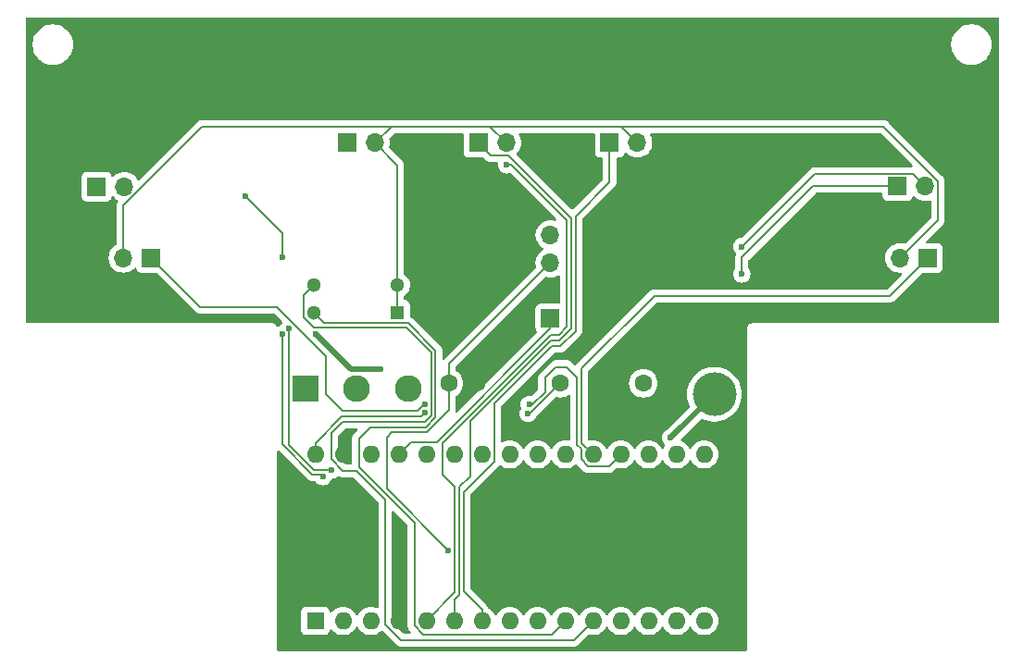
<source format=gbl>
G04 #@! TF.GenerationSoftware,KiCad,Pcbnew,8.0.4*
G04 #@! TF.CreationDate,2025-03-28T18:04:35-04:00*
G04 #@! TF.ProjectId,ballsi,62616c6c-7369-42e6-9b69-6361645f7063,rev?*
G04 #@! TF.SameCoordinates,Original*
G04 #@! TF.FileFunction,Copper,L2,Bot*
G04 #@! TF.FilePolarity,Positive*
%FSLAX46Y46*%
G04 Gerber Fmt 4.6, Leading zero omitted, Abs format (unit mm)*
G04 Created by KiCad (PCBNEW 8.0.4) date 2025-03-28 18:04:35*
%MOMM*%
%LPD*%
G01*
G04 APERTURE LIST*
G04 #@! TA.AperFunction,ComponentPad*
%ADD10R,1.700000X1.700000*%
G04 #@! TD*
G04 #@! TA.AperFunction,ComponentPad*
%ADD11O,1.700000X1.700000*%
G04 #@! TD*
G04 #@! TA.AperFunction,ComponentPad*
%ADD12R,2.450000X2.450000*%
G04 #@! TD*
G04 #@! TA.AperFunction,ComponentPad*
%ADD13C,2.450000*%
G04 #@! TD*
G04 #@! TA.AperFunction,ComponentPad*
%ADD14C,1.600200*%
G04 #@! TD*
G04 #@! TA.AperFunction,ComponentPad*
%ADD15R,1.300000X1.300000*%
G04 #@! TD*
G04 #@! TA.AperFunction,ComponentPad*
%ADD16C,1.300000*%
G04 #@! TD*
G04 #@! TA.AperFunction,ComponentPad*
%ADD17R,3.800000X3.800000*%
G04 #@! TD*
G04 #@! TA.AperFunction,ComponentPad*
%ADD18C,4.000000*%
G04 #@! TD*
G04 #@! TA.AperFunction,ComponentPad*
%ADD19R,1.600000X1.600000*%
G04 #@! TD*
G04 #@! TA.AperFunction,ComponentPad*
%ADD20O,1.600000X1.600000*%
G04 #@! TD*
G04 #@! TA.AperFunction,ViaPad*
%ADD21C,0.600000*%
G04 #@! TD*
G04 #@! TA.AperFunction,Conductor*
%ADD22C,0.500000*%
G04 #@! TD*
G04 #@! TA.AperFunction,Conductor*
%ADD23C,0.200000*%
G04 #@! TD*
G04 APERTURE END LIST*
D10*
X233525000Y-72525000D03*
D11*
X230985000Y-72525000D03*
X228445000Y-72525000D03*
D10*
X204420000Y-62000000D03*
D11*
X206960000Y-62000000D03*
X209500000Y-62000000D03*
D12*
X176600000Y-84500000D03*
D13*
X181300000Y-84500000D03*
X186000000Y-84500000D03*
D14*
X207500000Y-84000000D03*
X199880000Y-84000000D03*
X192260000Y-84000000D03*
X189720000Y-84000000D03*
D15*
X185000000Y-77540000D03*
D16*
X185000000Y-75000000D03*
X177380000Y-75000000D03*
X177380000Y-77540000D03*
D11*
X199000000Y-70420000D03*
X199000000Y-72960000D03*
X199000000Y-75500000D03*
D10*
X199000000Y-78040000D03*
D17*
X214000000Y-80000000D03*
D18*
X214000000Y-85000000D03*
D10*
X192420000Y-62000000D03*
D11*
X194960000Y-62000000D03*
X197500000Y-62000000D03*
D10*
X162500000Y-72525000D03*
D11*
X159960000Y-72525000D03*
X157420000Y-72525000D03*
D10*
X180420000Y-62000000D03*
D11*
X182960000Y-62000000D03*
X185500000Y-62000000D03*
X233290000Y-65975000D03*
D10*
X230750000Y-65975000D03*
X157500000Y-66000000D03*
D11*
X160040000Y-66000000D03*
D19*
X177500000Y-105740000D03*
D20*
X180040000Y-105740000D03*
X182580000Y-105740000D03*
X185120000Y-105740000D03*
X187660000Y-105740000D03*
X190200000Y-105740000D03*
X192740000Y-105740000D03*
X195280000Y-105740000D03*
X197820000Y-105740000D03*
X200360000Y-105740000D03*
X202900000Y-105740000D03*
X205440000Y-105740000D03*
X207980000Y-105740000D03*
X210520000Y-105740000D03*
X213060000Y-105740000D03*
X213060000Y-90500000D03*
X210520000Y-90500000D03*
X207980000Y-90500000D03*
X205440000Y-90500000D03*
X202900000Y-90500000D03*
X200360000Y-90500000D03*
X197820000Y-90500000D03*
X195280000Y-90500000D03*
X192740000Y-90500000D03*
X190200000Y-90500000D03*
X187660000Y-90500000D03*
X185120000Y-90500000D03*
X182580000Y-90500000D03*
X180040000Y-90500000D03*
X177500000Y-90500000D03*
D21*
X174500000Y-72500000D03*
X171119450Y-66880550D03*
X177500000Y-79500000D03*
X183500000Y-82749900D03*
X178206108Y-92537843D03*
X174475000Y-79500000D03*
X175100000Y-78948527D03*
X179000000Y-91937843D03*
X210000000Y-89000000D03*
X189650000Y-99261472D03*
X195000000Y-64000000D03*
X216500000Y-74000000D03*
X216500000Y-71500000D03*
X196966150Y-86751428D03*
X187500000Y-86700003D03*
X197072892Y-85958578D03*
X187500000Y-85900000D03*
D22*
X183500000Y-82749900D02*
X180749900Y-82749900D01*
X180749900Y-82749900D02*
X177500000Y-79500000D01*
D23*
X174500000Y-72500000D02*
X174500000Y-70261100D01*
X174500000Y-70261100D02*
X171119450Y-66880550D01*
X189720000Y-86459904D02*
X189720000Y-84000000D01*
X187679904Y-88500000D02*
X189720000Y-86459904D01*
X184020000Y-88980000D02*
X184500000Y-88500000D01*
X184500000Y-88500000D02*
X187679904Y-88500000D01*
X184020000Y-93631472D02*
X184020000Y-88980000D01*
X189650000Y-99261472D02*
X184020000Y-93631472D01*
X178006108Y-92337843D02*
X178206108Y-92537843D01*
X177216522Y-92337843D02*
X178006108Y-92337843D01*
X174475000Y-89596321D02*
X177216522Y-92337843D01*
X174475000Y-79500000D02*
X174475000Y-89596321D01*
X175075000Y-78973527D02*
X175100000Y-78948527D01*
X175075000Y-89630635D02*
X175075000Y-78973527D01*
X177382208Y-91937843D02*
X175075000Y-89630635D01*
X179000000Y-91937843D02*
X177382208Y-91937843D01*
X176430000Y-77933503D02*
X176430000Y-75950000D01*
X176430000Y-75950000D02*
X177380000Y-75000000D01*
X185824314Y-78890000D02*
X177386497Y-78890000D01*
X187548532Y-87500000D02*
X188100000Y-86948532D01*
X180015686Y-87500000D02*
X187548532Y-87500000D01*
X178940000Y-88575686D02*
X180015686Y-87500000D01*
X188100000Y-81165686D02*
X185824314Y-78890000D01*
X178940000Y-90955635D02*
X178940000Y-88575686D01*
X181257156Y-92000000D02*
X179984365Y-92000000D01*
X183878578Y-94621422D02*
X181257156Y-92000000D01*
X188100000Y-86948532D02*
X188100000Y-81165686D01*
X183878578Y-106054213D02*
X183878578Y-94621422D01*
X179984365Y-92000000D02*
X178940000Y-90955635D01*
X185324365Y-107500000D02*
X183878578Y-106054213D01*
X201140000Y-107500000D02*
X185324365Y-107500000D01*
X177386497Y-78890000D02*
X176430000Y-77933503D01*
X202900000Y-105740000D02*
X201140000Y-107500000D01*
D22*
X210000000Y-89000000D02*
X214000000Y-85000000D01*
D23*
X177500000Y-89450000D02*
X177500000Y-90500000D01*
X179950000Y-87000000D02*
X177500000Y-89450000D01*
X181480000Y-89020000D02*
X182500000Y-88000000D01*
X181480000Y-91657158D02*
X181480000Y-89020000D01*
X186560000Y-96737158D02*
X181480000Y-91657158D01*
X186560000Y-106195635D02*
X186560000Y-96737158D01*
X187364365Y-107000000D02*
X186560000Y-106195635D01*
X200360000Y-105740000D02*
X199100000Y-107000000D01*
X199100000Y-107000000D02*
X187364365Y-107000000D01*
X182500000Y-88000000D02*
X187614218Y-88000000D01*
X182474365Y-88000000D02*
X182500000Y-88000000D01*
X185120000Y-90500000D02*
X186220000Y-89400000D01*
X186220000Y-89400000D02*
X188600000Y-89400000D01*
X190250000Y-103150000D02*
X187660000Y-105740000D01*
X190250000Y-93500000D02*
X190250000Y-103150000D01*
X199032843Y-79532843D02*
X189100000Y-89465686D01*
X189100000Y-89465686D02*
X189100000Y-92350000D01*
X189100000Y-92350000D02*
X190250000Y-93500000D01*
X199807157Y-79532843D02*
X199032843Y-79532843D01*
X200500000Y-78840000D02*
X199807157Y-79532843D01*
X195434314Y-64000000D02*
X200500000Y-69065686D01*
X195000000Y-64000000D02*
X195434314Y-64000000D01*
X200500000Y-69065686D02*
X200500000Y-78840000D01*
X195150000Y-63150000D02*
X193570000Y-63150000D01*
X193570000Y-63150000D02*
X192420000Y-62000000D01*
X200900000Y-79005686D02*
X200900000Y-68900000D01*
X190650000Y-93500000D02*
X191640000Y-92510000D01*
X191640000Y-92510000D02*
X191640000Y-87491372D01*
X199065686Y-80065686D02*
X199840000Y-80065686D01*
X190650000Y-103350000D02*
X190650000Y-93500000D01*
X190200000Y-103800000D02*
X190650000Y-103350000D01*
X190200000Y-105740000D02*
X190200000Y-103800000D01*
X191640000Y-87491372D02*
X199065686Y-80065686D01*
X200900000Y-68900000D02*
X195150000Y-63150000D01*
X199840000Y-80065686D02*
X200900000Y-79005686D01*
X191050000Y-93950000D02*
X193848529Y-91151471D01*
X192740000Y-104740000D02*
X191050000Y-103050000D01*
X191050000Y-103050000D02*
X191050000Y-93950000D01*
X193848529Y-91151471D02*
X193848529Y-85848529D01*
X192740000Y-105740000D02*
X192740000Y-104740000D01*
X193848529Y-85848529D02*
X199098529Y-80598529D01*
X197355736Y-85958578D02*
X197072892Y-85958578D01*
X198500000Y-83500000D02*
X198500000Y-84814314D01*
X199500000Y-82500000D02*
X198500000Y-83500000D01*
X201450000Y-89615686D02*
X201450000Y-83450000D01*
X201450000Y-83450000D02*
X200500000Y-82500000D01*
X201800000Y-89965686D02*
X201450000Y-89615686D01*
X201800000Y-90955635D02*
X201800000Y-89965686D01*
X200500000Y-82500000D02*
X199500000Y-82500000D01*
X202444365Y-91600000D02*
X201800000Y-90955635D01*
X204340000Y-91600000D02*
X202444365Y-91600000D01*
X205440000Y-90500000D02*
X204340000Y-91600000D01*
X198500000Y-84814314D02*
X197355736Y-85958578D01*
X230050000Y-76000000D02*
X233525000Y-72525000D01*
X208500000Y-76000000D02*
X230050000Y-76000000D01*
X201850000Y-82650000D02*
X208500000Y-76000000D01*
X202900000Y-90500000D02*
X201850000Y-89450000D01*
X201850000Y-89450000D02*
X201850000Y-82650000D01*
X204420000Y-65580000D02*
X204420000Y-62000000D01*
X201300000Y-68700000D02*
X204420000Y-65580000D01*
X199901471Y-80598529D02*
X201300000Y-79200000D01*
X201300000Y-79200000D02*
X201300000Y-68700000D01*
X199098529Y-80598529D02*
X199901471Y-80598529D01*
X178330000Y-78490000D02*
X177380000Y-77540000D01*
X188500000Y-81000000D02*
X185990000Y-78490000D01*
X188500000Y-87114218D02*
X188500000Y-81000000D01*
X185990000Y-78490000D02*
X178330000Y-78490000D01*
X187614218Y-88000000D02*
X188500000Y-87114218D01*
X189720000Y-82240000D02*
X189720000Y-84000000D01*
X199000000Y-72960000D02*
X189720000Y-82240000D01*
X234440000Y-69070000D02*
X230985000Y-72525000D01*
X229461346Y-60520000D02*
X234440000Y-65498654D01*
X234440000Y-65498654D02*
X234440000Y-69070000D01*
X205480000Y-60520000D02*
X229461346Y-60520000D01*
X159960000Y-67706346D02*
X159960000Y-72525000D01*
X184500000Y-60500000D02*
X167166346Y-60500000D01*
X167166346Y-60500000D02*
X159960000Y-67706346D01*
X216500000Y-74000000D02*
X216500000Y-72500000D01*
X216500000Y-72500000D02*
X223025000Y-65975000D01*
X223025000Y-65975000D02*
X230750000Y-65975000D01*
X223175000Y-64825000D02*
X232140000Y-64825000D01*
X216500000Y-71500000D02*
X223175000Y-64825000D01*
X232140000Y-64825000D02*
X233290000Y-65975000D01*
X178500000Y-85000000D02*
X180000000Y-86500000D01*
X186851474Y-86500000D02*
X187451474Y-85900000D01*
X187451474Y-85900000D02*
X187500000Y-85900000D01*
X178500000Y-81500000D02*
X178500000Y-85000000D01*
X174000000Y-77000000D02*
X178500000Y-81500000D01*
X166975000Y-77000000D02*
X174000000Y-77000000D01*
X180000000Y-86500000D02*
X186851474Y-86500000D01*
X162500000Y-72525000D02*
X166975000Y-77000000D01*
X187200003Y-87000000D02*
X187500000Y-86700003D01*
X179950000Y-87000000D02*
X187200003Y-87000000D01*
X205480000Y-60520000D02*
X206960000Y-62000000D01*
X193480000Y-60520000D02*
X205480000Y-60520000D01*
X193480000Y-60520000D02*
X194960000Y-62000000D01*
X193460000Y-60500000D02*
X193480000Y-60520000D01*
X183000000Y-62000000D02*
X184500000Y-60500000D01*
X182960000Y-62000000D02*
X183000000Y-62000000D01*
X184500000Y-60500000D02*
X193460000Y-60500000D01*
X185000000Y-64040000D02*
X182960000Y-62000000D01*
X185000000Y-75000000D02*
X185000000Y-64040000D01*
X198500000Y-77540000D02*
X199000000Y-78040000D01*
X185000000Y-75000000D02*
X185000000Y-77540000D01*
X199000000Y-79000000D02*
X199000000Y-78040000D01*
X188600000Y-89400000D02*
X199000000Y-79000000D01*
X197128572Y-86751428D02*
X199880000Y-84000000D01*
X196966150Y-86751428D02*
X197128572Y-86751428D01*
G04 #@! TA.AperFunction,Conductor*
G36*
X239942539Y-50520185D02*
G01*
X239988294Y-50572989D01*
X239999500Y-50624500D01*
X239999500Y-78375500D01*
X239979815Y-78442539D01*
X239927011Y-78488294D01*
X239875500Y-78499500D01*
X217434108Y-78499500D01*
X217306812Y-78533608D01*
X217192686Y-78599500D01*
X217192683Y-78599502D01*
X217099502Y-78692683D01*
X217099500Y-78692686D01*
X217033608Y-78806812D01*
X216999500Y-78934108D01*
X216999500Y-108375500D01*
X216979815Y-108442539D01*
X216927011Y-108488294D01*
X216875500Y-108499500D01*
X174124500Y-108499500D01*
X174057461Y-108479815D01*
X174011706Y-108427011D01*
X174000500Y-108375500D01*
X174000500Y-90270418D01*
X174020185Y-90203379D01*
X174072989Y-90157624D01*
X174142147Y-90147680D01*
X174205703Y-90176705D01*
X174212180Y-90182736D01*
X176847806Y-92818363D01*
X176847808Y-92818364D01*
X176847812Y-92818367D01*
X176967322Y-92887365D01*
X176984738Y-92897420D01*
X177137465Y-92938344D01*
X177137467Y-92938344D01*
X177303176Y-92938344D01*
X177303192Y-92938343D01*
X177443818Y-92938343D01*
X177510857Y-92958028D01*
X177548811Y-92996370D01*
X177576290Y-93040103D01*
X177576292Y-93040105D01*
X177703846Y-93167659D01*
X177856586Y-93263632D01*
X178026853Y-93323211D01*
X178026858Y-93323212D01*
X178206104Y-93343408D01*
X178206108Y-93343408D01*
X178206112Y-93343408D01*
X178385357Y-93323212D01*
X178385360Y-93323211D01*
X178385363Y-93323211D01*
X178555630Y-93263632D01*
X178708370Y-93167659D01*
X178835924Y-93040105D01*
X178931897Y-92887365D01*
X178955808Y-92819029D01*
X178996530Y-92762254D01*
X179058966Y-92736764D01*
X179076907Y-92734742D01*
X179179250Y-92723212D01*
X179179253Y-92723211D01*
X179179255Y-92723211D01*
X179349522Y-92663632D01*
X179502262Y-92567659D01*
X179531730Y-92538190D01*
X179593049Y-92504707D01*
X179662741Y-92509691D01*
X179681408Y-92518485D01*
X179702460Y-92530639D01*
X179702462Y-92530641D01*
X179740516Y-92552611D01*
X179752580Y-92559577D01*
X179905308Y-92600500D01*
X180063422Y-92600500D01*
X180957059Y-92600500D01*
X181024098Y-92620185D01*
X181044740Y-92636819D01*
X183241759Y-94833838D01*
X183275244Y-94895161D01*
X183278078Y-94921519D01*
X183278078Y-104435935D01*
X183258393Y-104502974D01*
X183205589Y-104548729D01*
X183136431Y-104558673D01*
X183101673Y-104548317D01*
X183079499Y-104537977D01*
X183026496Y-104513261D01*
X183026492Y-104513260D01*
X183026488Y-104513258D01*
X182806697Y-104454366D01*
X182806693Y-104454365D01*
X182806692Y-104454365D01*
X182806691Y-104454364D01*
X182806686Y-104454364D01*
X182580002Y-104434532D01*
X182579998Y-104434532D01*
X182353313Y-104454364D01*
X182353302Y-104454366D01*
X182133511Y-104513258D01*
X182133502Y-104513261D01*
X181927267Y-104609431D01*
X181927265Y-104609432D01*
X181740858Y-104739954D01*
X181579954Y-104900858D01*
X181449432Y-105087265D01*
X181449431Y-105087267D01*
X181422382Y-105145275D01*
X181376209Y-105197714D01*
X181309016Y-105216866D01*
X181242135Y-105196650D01*
X181197618Y-105145275D01*
X181170568Y-105087267D01*
X181170567Y-105087265D01*
X181040045Y-104900858D01*
X180879141Y-104739954D01*
X180692734Y-104609432D01*
X180692732Y-104609431D01*
X180486497Y-104513261D01*
X180486488Y-104513258D01*
X180266697Y-104454366D01*
X180266693Y-104454365D01*
X180266692Y-104454365D01*
X180266691Y-104454364D01*
X180266686Y-104454364D01*
X180040002Y-104434532D01*
X180039998Y-104434532D01*
X179813313Y-104454364D01*
X179813302Y-104454366D01*
X179593511Y-104513258D01*
X179593502Y-104513261D01*
X179387267Y-104609431D01*
X179387265Y-104609432D01*
X179200858Y-104739954D01*
X179039954Y-104900858D01*
X179022725Y-104925464D01*
X178968147Y-104969088D01*
X178898648Y-104976280D01*
X178836294Y-104944757D01*
X178800882Y-104884526D01*
X178797861Y-104867591D01*
X178794091Y-104832516D01*
X178743797Y-104697671D01*
X178743793Y-104697664D01*
X178657547Y-104582455D01*
X178657544Y-104582452D01*
X178542335Y-104496206D01*
X178542328Y-104496202D01*
X178407482Y-104445908D01*
X178407483Y-104445908D01*
X178347883Y-104439501D01*
X178347881Y-104439500D01*
X178347873Y-104439500D01*
X178347864Y-104439500D01*
X176652129Y-104439500D01*
X176652123Y-104439501D01*
X176592516Y-104445908D01*
X176457671Y-104496202D01*
X176457664Y-104496206D01*
X176342455Y-104582452D01*
X176342452Y-104582455D01*
X176256206Y-104697664D01*
X176256202Y-104697671D01*
X176205908Y-104832517D01*
X176199501Y-104892116D01*
X176199500Y-104892135D01*
X176199500Y-106587870D01*
X176199501Y-106587876D01*
X176205908Y-106647483D01*
X176256202Y-106782328D01*
X176256206Y-106782335D01*
X176342452Y-106897544D01*
X176342455Y-106897547D01*
X176457664Y-106983793D01*
X176457671Y-106983797D01*
X176592517Y-107034091D01*
X176592516Y-107034091D01*
X176599444Y-107034835D01*
X176652127Y-107040500D01*
X178347872Y-107040499D01*
X178407483Y-107034091D01*
X178542331Y-106983796D01*
X178657546Y-106897546D01*
X178743796Y-106782331D01*
X178794091Y-106647483D01*
X178797862Y-106612401D01*
X178824599Y-106547855D01*
X178881990Y-106508006D01*
X178951816Y-106505511D01*
X179011905Y-106541163D01*
X179022725Y-106554535D01*
X179029598Y-106564351D01*
X179039956Y-106579143D01*
X179200858Y-106740045D01*
X179200861Y-106740047D01*
X179387266Y-106870568D01*
X179593504Y-106966739D01*
X179813308Y-107025635D01*
X179975230Y-107039801D01*
X180039998Y-107045468D01*
X180040000Y-107045468D01*
X180040002Y-107045468D01*
X180096807Y-107040498D01*
X180266692Y-107025635D01*
X180486496Y-106966739D01*
X180692734Y-106870568D01*
X180879139Y-106740047D01*
X181040047Y-106579139D01*
X181170568Y-106392734D01*
X181197618Y-106334724D01*
X181243790Y-106282285D01*
X181310983Y-106263133D01*
X181377865Y-106283348D01*
X181422382Y-106334725D01*
X181449429Y-106392728D01*
X181449432Y-106392734D01*
X181579954Y-106579141D01*
X181740858Y-106740045D01*
X181740861Y-106740047D01*
X181927266Y-106870568D01*
X182133504Y-106966739D01*
X182353308Y-107025635D01*
X182515230Y-107039801D01*
X182579998Y-107045468D01*
X182580000Y-107045468D01*
X182580002Y-107045468D01*
X182636807Y-107040498D01*
X182806692Y-107025635D01*
X183026496Y-106966739D01*
X183232734Y-106870568D01*
X183419139Y-106740047D01*
X183479478Y-106679707D01*
X183540798Y-106646224D01*
X183610490Y-106651208D01*
X183654838Y-106679709D01*
X184955649Y-107980520D01*
X184955651Y-107980521D01*
X184955655Y-107980524D01*
X185092574Y-108059573D01*
X185092581Y-108059577D01*
X185245308Y-108100501D01*
X185245310Y-108100501D01*
X185411019Y-108100501D01*
X185411035Y-108100500D01*
X201053331Y-108100500D01*
X201053347Y-108100501D01*
X201060943Y-108100501D01*
X201219054Y-108100501D01*
X201219057Y-108100501D01*
X201371785Y-108059577D01*
X201421904Y-108030639D01*
X201508716Y-107980520D01*
X201620520Y-107868716D01*
X201620520Y-107868714D01*
X201630728Y-107858507D01*
X201630730Y-107858504D01*
X202457294Y-107031939D01*
X202518615Y-106998456D01*
X202577066Y-106999847D01*
X202596604Y-107005082D01*
X202673308Y-107025635D01*
X202835230Y-107039801D01*
X202899998Y-107045468D01*
X202900000Y-107045468D01*
X202900002Y-107045468D01*
X202956807Y-107040498D01*
X203126692Y-107025635D01*
X203346496Y-106966739D01*
X203552734Y-106870568D01*
X203739139Y-106740047D01*
X203900047Y-106579139D01*
X204030568Y-106392734D01*
X204057618Y-106334724D01*
X204103790Y-106282285D01*
X204170983Y-106263133D01*
X204237865Y-106283348D01*
X204282382Y-106334725D01*
X204309429Y-106392728D01*
X204309432Y-106392734D01*
X204439954Y-106579141D01*
X204600858Y-106740045D01*
X204600861Y-106740047D01*
X204787266Y-106870568D01*
X204993504Y-106966739D01*
X205213308Y-107025635D01*
X205375230Y-107039801D01*
X205439998Y-107045468D01*
X205440000Y-107045468D01*
X205440002Y-107045468D01*
X205496807Y-107040498D01*
X205666692Y-107025635D01*
X205886496Y-106966739D01*
X206092734Y-106870568D01*
X206279139Y-106740047D01*
X206440047Y-106579139D01*
X206570568Y-106392734D01*
X206597618Y-106334724D01*
X206643790Y-106282285D01*
X206710983Y-106263133D01*
X206777865Y-106283348D01*
X206822382Y-106334725D01*
X206849429Y-106392728D01*
X206849432Y-106392734D01*
X206979954Y-106579141D01*
X207140858Y-106740045D01*
X207140861Y-106740047D01*
X207327266Y-106870568D01*
X207533504Y-106966739D01*
X207753308Y-107025635D01*
X207915230Y-107039801D01*
X207979998Y-107045468D01*
X207980000Y-107045468D01*
X207980002Y-107045468D01*
X208036807Y-107040498D01*
X208206692Y-107025635D01*
X208426496Y-106966739D01*
X208632734Y-106870568D01*
X208819139Y-106740047D01*
X208980047Y-106579139D01*
X209110568Y-106392734D01*
X209137618Y-106334724D01*
X209183790Y-106282285D01*
X209250983Y-106263133D01*
X209317865Y-106283348D01*
X209362382Y-106334725D01*
X209389429Y-106392728D01*
X209389432Y-106392734D01*
X209519954Y-106579141D01*
X209680858Y-106740045D01*
X209680861Y-106740047D01*
X209867266Y-106870568D01*
X210073504Y-106966739D01*
X210293308Y-107025635D01*
X210455230Y-107039801D01*
X210519998Y-107045468D01*
X210520000Y-107045468D01*
X210520002Y-107045468D01*
X210576807Y-107040498D01*
X210746692Y-107025635D01*
X210966496Y-106966739D01*
X211172734Y-106870568D01*
X211359139Y-106740047D01*
X211520047Y-106579139D01*
X211650568Y-106392734D01*
X211677618Y-106334724D01*
X211723790Y-106282285D01*
X211790983Y-106263133D01*
X211857865Y-106283348D01*
X211902382Y-106334725D01*
X211929429Y-106392728D01*
X211929432Y-106392734D01*
X212059954Y-106579141D01*
X212220858Y-106740045D01*
X212220861Y-106740047D01*
X212407266Y-106870568D01*
X212613504Y-106966739D01*
X212833308Y-107025635D01*
X212995230Y-107039801D01*
X213059998Y-107045468D01*
X213060000Y-107045468D01*
X213060002Y-107045468D01*
X213116807Y-107040498D01*
X213286692Y-107025635D01*
X213506496Y-106966739D01*
X213712734Y-106870568D01*
X213899139Y-106740047D01*
X214060047Y-106579139D01*
X214190568Y-106392734D01*
X214286739Y-106186496D01*
X214345635Y-105966692D01*
X214365468Y-105740000D01*
X214345635Y-105513308D01*
X214286739Y-105293504D01*
X214190568Y-105087266D01*
X214060047Y-104900861D01*
X214060045Y-104900858D01*
X213899141Y-104739954D01*
X213712734Y-104609432D01*
X213712732Y-104609431D01*
X213506497Y-104513261D01*
X213506488Y-104513258D01*
X213286697Y-104454366D01*
X213286693Y-104454365D01*
X213286692Y-104454365D01*
X213286691Y-104454364D01*
X213286686Y-104454364D01*
X213060002Y-104434532D01*
X213059998Y-104434532D01*
X212833313Y-104454364D01*
X212833302Y-104454366D01*
X212613511Y-104513258D01*
X212613502Y-104513261D01*
X212407267Y-104609431D01*
X212407265Y-104609432D01*
X212220858Y-104739954D01*
X212059954Y-104900858D01*
X211929432Y-105087265D01*
X211929431Y-105087267D01*
X211902382Y-105145275D01*
X211856209Y-105197714D01*
X211789016Y-105216866D01*
X211722135Y-105196650D01*
X211677618Y-105145275D01*
X211650568Y-105087267D01*
X211650567Y-105087265D01*
X211520045Y-104900858D01*
X211359141Y-104739954D01*
X211172734Y-104609432D01*
X211172732Y-104609431D01*
X210966497Y-104513261D01*
X210966488Y-104513258D01*
X210746697Y-104454366D01*
X210746693Y-104454365D01*
X210746692Y-104454365D01*
X210746691Y-104454364D01*
X210746686Y-104454364D01*
X210520002Y-104434532D01*
X210519998Y-104434532D01*
X210293313Y-104454364D01*
X210293302Y-104454366D01*
X210073511Y-104513258D01*
X210073502Y-104513261D01*
X209867267Y-104609431D01*
X209867265Y-104609432D01*
X209680858Y-104739954D01*
X209519954Y-104900858D01*
X209389432Y-105087265D01*
X209389431Y-105087267D01*
X209362382Y-105145275D01*
X209316209Y-105197714D01*
X209249016Y-105216866D01*
X209182135Y-105196650D01*
X209137618Y-105145275D01*
X209110568Y-105087267D01*
X209110567Y-105087265D01*
X208980045Y-104900858D01*
X208819141Y-104739954D01*
X208632734Y-104609432D01*
X208632732Y-104609431D01*
X208426497Y-104513261D01*
X208426488Y-104513258D01*
X208206697Y-104454366D01*
X208206693Y-104454365D01*
X208206692Y-104454365D01*
X208206691Y-104454364D01*
X208206686Y-104454364D01*
X207980002Y-104434532D01*
X207979998Y-104434532D01*
X207753313Y-104454364D01*
X207753302Y-104454366D01*
X207533511Y-104513258D01*
X207533502Y-104513261D01*
X207327267Y-104609431D01*
X207327265Y-104609432D01*
X207140858Y-104739954D01*
X206979954Y-104900858D01*
X206849432Y-105087265D01*
X206849431Y-105087267D01*
X206822382Y-105145275D01*
X206776209Y-105197714D01*
X206709016Y-105216866D01*
X206642135Y-105196650D01*
X206597618Y-105145275D01*
X206570568Y-105087267D01*
X206570567Y-105087265D01*
X206440045Y-104900858D01*
X206279141Y-104739954D01*
X206092734Y-104609432D01*
X206092732Y-104609431D01*
X205886497Y-104513261D01*
X205886488Y-104513258D01*
X205666697Y-104454366D01*
X205666693Y-104454365D01*
X205666692Y-104454365D01*
X205666691Y-104454364D01*
X205666686Y-104454364D01*
X205440002Y-104434532D01*
X205439998Y-104434532D01*
X205213313Y-104454364D01*
X205213302Y-104454366D01*
X204993511Y-104513258D01*
X204993502Y-104513261D01*
X204787267Y-104609431D01*
X204787265Y-104609432D01*
X204600858Y-104739954D01*
X204439954Y-104900858D01*
X204309432Y-105087265D01*
X204309431Y-105087267D01*
X204282382Y-105145275D01*
X204236209Y-105197714D01*
X204169016Y-105216866D01*
X204102135Y-105196650D01*
X204057618Y-105145275D01*
X204030568Y-105087267D01*
X204030567Y-105087265D01*
X203900045Y-104900858D01*
X203739141Y-104739954D01*
X203552734Y-104609432D01*
X203552732Y-104609431D01*
X203346497Y-104513261D01*
X203346488Y-104513258D01*
X203126697Y-104454366D01*
X203126693Y-104454365D01*
X203126692Y-104454365D01*
X203126691Y-104454364D01*
X203126686Y-104454364D01*
X202900002Y-104434532D01*
X202899998Y-104434532D01*
X202673313Y-104454364D01*
X202673302Y-104454366D01*
X202453511Y-104513258D01*
X202453502Y-104513261D01*
X202247267Y-104609431D01*
X202247265Y-104609432D01*
X202060858Y-104739954D01*
X201899954Y-104900858D01*
X201769432Y-105087265D01*
X201769431Y-105087267D01*
X201742382Y-105145275D01*
X201696209Y-105197714D01*
X201629016Y-105216866D01*
X201562135Y-105196650D01*
X201517618Y-105145275D01*
X201490568Y-105087267D01*
X201490567Y-105087265D01*
X201360045Y-104900858D01*
X201199141Y-104739954D01*
X201012734Y-104609432D01*
X201012732Y-104609431D01*
X200806497Y-104513261D01*
X200806488Y-104513258D01*
X200586697Y-104454366D01*
X200586693Y-104454365D01*
X200586692Y-104454365D01*
X200586691Y-104454364D01*
X200586686Y-104454364D01*
X200360002Y-104434532D01*
X200359998Y-104434532D01*
X200133313Y-104454364D01*
X200133302Y-104454366D01*
X199913511Y-104513258D01*
X199913502Y-104513261D01*
X199707267Y-104609431D01*
X199707265Y-104609432D01*
X199520858Y-104739954D01*
X199359954Y-104900858D01*
X199229432Y-105087265D01*
X199229431Y-105087267D01*
X199202382Y-105145275D01*
X199156209Y-105197714D01*
X199089016Y-105216866D01*
X199022135Y-105196650D01*
X198977618Y-105145275D01*
X198950568Y-105087267D01*
X198950567Y-105087265D01*
X198820045Y-104900858D01*
X198659141Y-104739954D01*
X198472734Y-104609432D01*
X198472732Y-104609431D01*
X198266497Y-104513261D01*
X198266488Y-104513258D01*
X198046697Y-104454366D01*
X198046693Y-104454365D01*
X198046692Y-104454365D01*
X198046691Y-104454364D01*
X198046686Y-104454364D01*
X197820002Y-104434532D01*
X197819998Y-104434532D01*
X197593313Y-104454364D01*
X197593302Y-104454366D01*
X197373511Y-104513258D01*
X197373502Y-104513261D01*
X197167267Y-104609431D01*
X197167265Y-104609432D01*
X196980858Y-104739954D01*
X196819954Y-104900858D01*
X196689432Y-105087265D01*
X196689431Y-105087267D01*
X196662382Y-105145275D01*
X196616209Y-105197714D01*
X196549016Y-105216866D01*
X196482135Y-105196650D01*
X196437618Y-105145275D01*
X196410568Y-105087267D01*
X196410567Y-105087265D01*
X196280045Y-104900858D01*
X196119141Y-104739954D01*
X195932734Y-104609432D01*
X195932732Y-104609431D01*
X195726497Y-104513261D01*
X195726488Y-104513258D01*
X195506697Y-104454366D01*
X195506693Y-104454365D01*
X195506692Y-104454365D01*
X195506691Y-104454364D01*
X195506686Y-104454364D01*
X195280002Y-104434532D01*
X195279998Y-104434532D01*
X195053313Y-104454364D01*
X195053302Y-104454366D01*
X194833511Y-104513258D01*
X194833502Y-104513261D01*
X194627267Y-104609431D01*
X194627265Y-104609432D01*
X194440858Y-104739954D01*
X194279954Y-104900858D01*
X194149432Y-105087265D01*
X194149431Y-105087267D01*
X194122382Y-105145275D01*
X194076209Y-105197714D01*
X194009016Y-105216866D01*
X193942135Y-105196650D01*
X193897618Y-105145275D01*
X193870568Y-105087267D01*
X193870567Y-105087265D01*
X193740045Y-104900858D01*
X193579141Y-104739954D01*
X193392735Y-104609432D01*
X193392730Y-104609429D01*
X193369669Y-104598675D01*
X193317231Y-104552501D01*
X193302304Y-104518390D01*
X193299578Y-104508218D01*
X193299577Y-104508215D01*
X193296551Y-104502974D01*
X193237388Y-104400501D01*
X193220520Y-104371284D01*
X193108716Y-104259480D01*
X193108715Y-104259479D01*
X193104385Y-104255149D01*
X193104374Y-104255139D01*
X191686819Y-102837584D01*
X191653334Y-102776261D01*
X191650500Y-102749903D01*
X191650500Y-94250097D01*
X191670185Y-94183058D01*
X191686819Y-94162416D01*
X192961870Y-92887365D01*
X194313371Y-91535864D01*
X194374692Y-91502381D01*
X194444384Y-91507365D01*
X194472174Y-91521972D01*
X194627266Y-91630568D01*
X194833504Y-91726739D01*
X194833509Y-91726740D01*
X194833511Y-91726741D01*
X194886415Y-91740916D01*
X195053308Y-91785635D01*
X195215230Y-91799801D01*
X195279998Y-91805468D01*
X195280000Y-91805468D01*
X195280002Y-91805468D01*
X195336673Y-91800509D01*
X195506692Y-91785635D01*
X195726496Y-91726739D01*
X195932734Y-91630568D01*
X196119139Y-91500047D01*
X196280047Y-91339139D01*
X196410568Y-91152734D01*
X196437618Y-91094724D01*
X196483790Y-91042285D01*
X196550983Y-91023133D01*
X196617865Y-91043348D01*
X196662382Y-91094725D01*
X196689429Y-91152728D01*
X196689432Y-91152734D01*
X196819954Y-91339141D01*
X196980858Y-91500045D01*
X196980861Y-91500047D01*
X197167266Y-91630568D01*
X197373504Y-91726739D01*
X197373509Y-91726740D01*
X197373511Y-91726741D01*
X197426415Y-91740916D01*
X197593308Y-91785635D01*
X197755230Y-91799801D01*
X197819998Y-91805468D01*
X197820000Y-91805468D01*
X197820002Y-91805468D01*
X197876673Y-91800509D01*
X198046692Y-91785635D01*
X198266496Y-91726739D01*
X198472734Y-91630568D01*
X198659139Y-91500047D01*
X198820047Y-91339139D01*
X198950568Y-91152734D01*
X198977618Y-91094724D01*
X199023790Y-91042285D01*
X199090983Y-91023133D01*
X199157865Y-91043348D01*
X199202382Y-91094725D01*
X199229429Y-91152728D01*
X199229432Y-91152734D01*
X199359954Y-91339141D01*
X199520858Y-91500045D01*
X199520861Y-91500047D01*
X199707266Y-91630568D01*
X199913504Y-91726739D01*
X199913509Y-91726740D01*
X199913511Y-91726741D01*
X199966415Y-91740916D01*
X200133308Y-91785635D01*
X200295230Y-91799801D01*
X200359998Y-91805468D01*
X200360000Y-91805468D01*
X200360002Y-91805468D01*
X200416673Y-91800509D01*
X200586692Y-91785635D01*
X200806496Y-91726739D01*
X201012734Y-91630568D01*
X201199139Y-91500047D01*
X201259478Y-91439707D01*
X201320798Y-91406224D01*
X201390490Y-91411208D01*
X201418477Y-91429194D01*
X201419454Y-91427730D01*
X201419457Y-91427732D01*
X201431266Y-91437413D01*
X201434838Y-91439709D01*
X201438349Y-91443220D01*
X201438354Y-91443224D01*
X202075649Y-92080520D01*
X202075651Y-92080521D01*
X202075655Y-92080524D01*
X202174486Y-92137583D01*
X202212581Y-92159577D01*
X202365308Y-92200501D01*
X202365310Y-92200501D01*
X202531019Y-92200501D01*
X202531035Y-92200500D01*
X204253331Y-92200500D01*
X204253347Y-92200501D01*
X204260943Y-92200501D01*
X204419054Y-92200501D01*
X204419057Y-92200501D01*
X204571785Y-92159577D01*
X204621904Y-92130639D01*
X204708716Y-92080520D01*
X204820520Y-91968716D01*
X204820520Y-91968714D01*
X204830728Y-91958507D01*
X204830730Y-91958504D01*
X204997294Y-91791939D01*
X205058615Y-91758456D01*
X205117066Y-91759847D01*
X205122646Y-91761342D01*
X205213308Y-91785635D01*
X205375230Y-91799801D01*
X205439998Y-91805468D01*
X205440000Y-91805468D01*
X205440002Y-91805468D01*
X205496673Y-91800509D01*
X205666692Y-91785635D01*
X205886496Y-91726739D01*
X206092734Y-91630568D01*
X206279139Y-91500047D01*
X206440047Y-91339139D01*
X206570568Y-91152734D01*
X206597618Y-91094724D01*
X206643790Y-91042285D01*
X206710983Y-91023133D01*
X206777865Y-91043348D01*
X206822382Y-91094725D01*
X206849429Y-91152728D01*
X206849432Y-91152734D01*
X206979954Y-91339141D01*
X207140858Y-91500045D01*
X207140861Y-91500047D01*
X207327266Y-91630568D01*
X207533504Y-91726739D01*
X207533509Y-91726740D01*
X207533511Y-91726741D01*
X207586415Y-91740916D01*
X207753308Y-91785635D01*
X207915230Y-91799801D01*
X207979998Y-91805468D01*
X207980000Y-91805468D01*
X207980002Y-91805468D01*
X208036673Y-91800509D01*
X208206692Y-91785635D01*
X208426496Y-91726739D01*
X208632734Y-91630568D01*
X208819139Y-91500047D01*
X208980047Y-91339139D01*
X209110568Y-91152734D01*
X209137618Y-91094724D01*
X209183790Y-91042285D01*
X209250983Y-91023133D01*
X209317865Y-91043348D01*
X209362382Y-91094725D01*
X209389429Y-91152728D01*
X209389432Y-91152734D01*
X209519954Y-91339141D01*
X209680858Y-91500045D01*
X209680861Y-91500047D01*
X209867266Y-91630568D01*
X210073504Y-91726739D01*
X210073509Y-91726740D01*
X210073511Y-91726741D01*
X210126415Y-91740916D01*
X210293308Y-91785635D01*
X210455230Y-91799801D01*
X210519998Y-91805468D01*
X210520000Y-91805468D01*
X210520002Y-91805468D01*
X210576673Y-91800509D01*
X210746692Y-91785635D01*
X210966496Y-91726739D01*
X211172734Y-91630568D01*
X211359139Y-91500047D01*
X211520047Y-91339139D01*
X211650568Y-91152734D01*
X211677618Y-91094724D01*
X211723790Y-91042285D01*
X211790983Y-91023133D01*
X211857865Y-91043348D01*
X211902382Y-91094725D01*
X211929429Y-91152728D01*
X211929432Y-91152734D01*
X212059954Y-91339141D01*
X212220858Y-91500045D01*
X212220861Y-91500047D01*
X212407266Y-91630568D01*
X212613504Y-91726739D01*
X212613509Y-91726740D01*
X212613511Y-91726741D01*
X212666415Y-91740916D01*
X212833308Y-91785635D01*
X212995230Y-91799801D01*
X213059998Y-91805468D01*
X213060000Y-91805468D01*
X213060002Y-91805468D01*
X213116673Y-91800509D01*
X213286692Y-91785635D01*
X213506496Y-91726739D01*
X213712734Y-91630568D01*
X213899139Y-91500047D01*
X214060047Y-91339139D01*
X214190568Y-91152734D01*
X214286739Y-90946496D01*
X214345635Y-90726692D01*
X214365468Y-90500000D01*
X214345635Y-90273308D01*
X214286739Y-90053504D01*
X214190568Y-89847266D01*
X214060047Y-89660861D01*
X214060045Y-89660858D01*
X213899141Y-89499954D01*
X213712734Y-89369432D01*
X213712732Y-89369431D01*
X213506497Y-89273261D01*
X213506488Y-89273258D01*
X213286697Y-89214366D01*
X213286693Y-89214365D01*
X213286692Y-89214365D01*
X213286691Y-89214364D01*
X213286686Y-89214364D01*
X213060002Y-89194532D01*
X213059998Y-89194532D01*
X212833313Y-89214364D01*
X212833302Y-89214366D01*
X212613511Y-89273258D01*
X212613502Y-89273261D01*
X212407267Y-89369431D01*
X212407265Y-89369432D01*
X212220858Y-89499954D01*
X212059954Y-89660858D01*
X211929432Y-89847265D01*
X211929431Y-89847267D01*
X211915137Y-89877922D01*
X211907031Y-89895306D01*
X211902382Y-89905275D01*
X211856209Y-89957714D01*
X211789016Y-89976866D01*
X211722135Y-89956650D01*
X211677618Y-89905275D01*
X211650568Y-89847266D01*
X211520047Y-89660861D01*
X211520045Y-89660858D01*
X211359141Y-89499954D01*
X211172734Y-89369432D01*
X211172732Y-89369431D01*
X211005334Y-89291371D01*
X210952895Y-89245198D01*
X210933743Y-89178004D01*
X210953959Y-89111123D01*
X210970053Y-89091312D01*
X212777800Y-87283565D01*
X212839121Y-87250082D01*
X212908813Y-87255066D01*
X212925218Y-87262587D01*
X212933236Y-87266995D01*
X212933242Y-87266998D01*
X213225771Y-87382818D01*
X213225774Y-87382819D01*
X213530523Y-87461065D01*
X213530527Y-87461066D01*
X213596010Y-87469338D01*
X213842670Y-87500499D01*
X213842679Y-87500499D01*
X213842682Y-87500500D01*
X213842684Y-87500500D01*
X214157316Y-87500500D01*
X214157318Y-87500500D01*
X214157321Y-87500499D01*
X214157329Y-87500499D01*
X214343593Y-87476968D01*
X214469473Y-87461066D01*
X214774225Y-87382819D01*
X214778206Y-87381243D01*
X215066757Y-87266998D01*
X215066758Y-87266997D01*
X215066756Y-87266997D01*
X215066766Y-87266994D01*
X215342484Y-87115416D01*
X215597030Y-86930478D01*
X215826390Y-86715094D01*
X216026947Y-86472663D01*
X216195537Y-86207007D01*
X216329503Y-85922315D01*
X216426731Y-85623079D01*
X216485688Y-85314015D01*
X216485689Y-85314004D01*
X216505444Y-85000005D01*
X216505444Y-84999994D01*
X216485689Y-84685995D01*
X216485688Y-84685988D01*
X216485688Y-84685985D01*
X216426731Y-84376921D01*
X216329503Y-84077685D01*
X216288226Y-83989968D01*
X216195538Y-83792996D01*
X216195537Y-83792993D01*
X216066109Y-83589046D01*
X216026948Y-83527338D01*
X216026945Y-83527334D01*
X215826393Y-83284909D01*
X215826391Y-83284907D01*
X215722189Y-83187054D01*
X215597030Y-83069522D01*
X215597027Y-83069520D01*
X215597021Y-83069515D01*
X215342495Y-82884591D01*
X215342488Y-82884586D01*
X215342484Y-82884584D01*
X215066766Y-82733006D01*
X215066763Y-82733004D01*
X215066758Y-82733002D01*
X215066757Y-82733001D01*
X214774228Y-82617181D01*
X214774225Y-82617180D01*
X214469476Y-82538934D01*
X214469463Y-82538932D01*
X214157329Y-82499500D01*
X214157318Y-82499500D01*
X213842682Y-82499500D01*
X213842670Y-82499500D01*
X213530536Y-82538932D01*
X213530523Y-82538934D01*
X213225774Y-82617180D01*
X213225771Y-82617181D01*
X212933242Y-82733001D01*
X212933241Y-82733002D01*
X212657516Y-82884584D01*
X212657504Y-82884591D01*
X212402978Y-83069515D01*
X212402968Y-83069523D01*
X212173608Y-83284907D01*
X212173606Y-83284909D01*
X211973054Y-83527334D01*
X211973051Y-83527338D01*
X211804464Y-83792990D01*
X211804461Y-83792996D01*
X211670499Y-84077678D01*
X211670497Y-84077683D01*
X211573270Y-84376916D01*
X211514311Y-84685988D01*
X211514310Y-84685995D01*
X211494556Y-84999994D01*
X211494556Y-85000005D01*
X211514310Y-85314004D01*
X211514311Y-85314011D01*
X211573270Y-85623083D01*
X211670497Y-85922315D01*
X211744049Y-86078622D01*
X211754781Y-86147662D01*
X211726484Y-86211545D01*
X211719531Y-86219099D01*
X209691937Y-88246693D01*
X209655873Y-88269370D01*
X209656750Y-88271191D01*
X209650475Y-88274212D01*
X209497737Y-88370184D01*
X209370184Y-88497737D01*
X209274211Y-88650476D01*
X209214631Y-88820745D01*
X209214630Y-88820750D01*
X209194435Y-88999996D01*
X209194435Y-89000003D01*
X209214630Y-89179249D01*
X209214631Y-89179254D01*
X209274211Y-89349523D01*
X209370184Y-89502262D01*
X209450016Y-89582094D01*
X209483501Y-89643417D01*
X209478517Y-89713109D01*
X209463911Y-89740897D01*
X209389431Y-89847267D01*
X209375137Y-89877922D01*
X209367031Y-89895306D01*
X209362382Y-89905275D01*
X209316209Y-89957714D01*
X209249016Y-89976866D01*
X209182135Y-89956650D01*
X209137618Y-89905275D01*
X209110568Y-89847266D01*
X208980047Y-89660861D01*
X208980045Y-89660858D01*
X208819141Y-89499954D01*
X208632734Y-89369432D01*
X208632732Y-89369431D01*
X208426497Y-89273261D01*
X208426488Y-89273258D01*
X208206697Y-89214366D01*
X208206693Y-89214365D01*
X208206692Y-89214365D01*
X208206691Y-89214364D01*
X208206686Y-89214364D01*
X207980002Y-89194532D01*
X207979998Y-89194532D01*
X207753313Y-89214364D01*
X207753302Y-89214366D01*
X207533511Y-89273258D01*
X207533502Y-89273261D01*
X207327267Y-89369431D01*
X207327265Y-89369432D01*
X207140858Y-89499954D01*
X206979954Y-89660858D01*
X206849432Y-89847265D01*
X206849431Y-89847267D01*
X206835137Y-89877922D01*
X206827031Y-89895306D01*
X206822382Y-89905275D01*
X206776209Y-89957714D01*
X206709016Y-89976866D01*
X206642135Y-89956650D01*
X206597618Y-89905275D01*
X206570568Y-89847266D01*
X206440047Y-89660861D01*
X206440045Y-89660858D01*
X206279141Y-89499954D01*
X206092734Y-89369432D01*
X206092732Y-89369431D01*
X205886497Y-89273261D01*
X205886488Y-89273258D01*
X205666697Y-89214366D01*
X205666693Y-89214365D01*
X205666692Y-89214365D01*
X205666691Y-89214364D01*
X205666686Y-89214364D01*
X205440002Y-89194532D01*
X205439998Y-89194532D01*
X205213313Y-89214364D01*
X205213302Y-89214366D01*
X204993511Y-89273258D01*
X204993502Y-89273261D01*
X204787267Y-89369431D01*
X204787265Y-89369432D01*
X204600858Y-89499954D01*
X204439954Y-89660858D01*
X204309432Y-89847265D01*
X204309431Y-89847267D01*
X204295137Y-89877922D01*
X204287031Y-89895306D01*
X204282382Y-89905275D01*
X204236209Y-89957714D01*
X204169016Y-89976866D01*
X204102135Y-89956650D01*
X204057618Y-89905275D01*
X204030568Y-89847266D01*
X203900047Y-89660861D01*
X203900045Y-89660858D01*
X203739141Y-89499954D01*
X203552734Y-89369432D01*
X203552732Y-89369431D01*
X203346497Y-89273261D01*
X203346488Y-89273258D01*
X203126697Y-89214366D01*
X203126693Y-89214365D01*
X203126692Y-89214365D01*
X203126691Y-89214364D01*
X203126686Y-89214364D01*
X202900002Y-89194532D01*
X202899998Y-89194532D01*
X202673313Y-89214364D01*
X202673302Y-89214366D01*
X202606593Y-89232241D01*
X202536743Y-89230578D01*
X202478881Y-89191415D01*
X202451377Y-89127187D01*
X202450500Y-89112466D01*
X202450500Y-83999999D01*
X206194432Y-83999999D01*
X206194432Y-84000000D01*
X206214266Y-84226705D01*
X206214268Y-84226715D01*
X206273164Y-84446523D01*
X206273166Y-84446527D01*
X206273167Y-84446531D01*
X206298098Y-84499995D01*
X206369344Y-84652783D01*
X206369345Y-84652785D01*
X206499873Y-84839198D01*
X206499878Y-84839204D01*
X206660795Y-85000121D01*
X206660801Y-85000126D01*
X206847214Y-85130654D01*
X206847216Y-85130655D01*
X207053469Y-85226833D01*
X207053475Y-85226834D01*
X207053476Y-85226835D01*
X207075697Y-85232789D01*
X207273290Y-85285733D01*
X207454658Y-85301601D01*
X207499999Y-85305568D01*
X207500000Y-85305568D01*
X207500001Y-85305568D01*
X207537785Y-85302262D01*
X207726710Y-85285733D01*
X207946531Y-85226833D01*
X208152784Y-85130655D01*
X208339203Y-85000123D01*
X208500123Y-84839203D01*
X208630655Y-84652784D01*
X208726833Y-84446531D01*
X208785733Y-84226710D01*
X208805568Y-84000000D01*
X208785733Y-83773290D01*
X208726833Y-83553469D01*
X208630655Y-83347216D01*
X208613749Y-83323072D01*
X208500126Y-83160801D01*
X208500121Y-83160795D01*
X208339204Y-82999878D01*
X208339198Y-82999873D01*
X208152785Y-82869345D01*
X208152783Y-82869344D01*
X208032049Y-82813045D01*
X207946531Y-82773167D01*
X207946527Y-82773166D01*
X207946523Y-82773164D01*
X207726715Y-82714268D01*
X207726705Y-82714266D01*
X207500001Y-82694432D01*
X207499999Y-82694432D01*
X207273294Y-82714266D01*
X207273284Y-82714268D01*
X207053476Y-82773164D01*
X207053469Y-82773166D01*
X207053469Y-82773167D01*
X207044473Y-82777362D01*
X206847216Y-82869344D01*
X206847214Y-82869345D01*
X206660801Y-82999873D01*
X206660795Y-82999878D01*
X206499878Y-83160795D01*
X206499873Y-83160801D01*
X206369345Y-83347214D01*
X206369344Y-83347216D01*
X206294669Y-83507358D01*
X206273632Y-83552473D01*
X206273168Y-83553467D01*
X206273164Y-83553476D01*
X206214268Y-83773284D01*
X206214266Y-83773294D01*
X206194432Y-83999999D01*
X202450500Y-83999999D01*
X202450500Y-82950097D01*
X202470185Y-82883058D01*
X202486819Y-82862416D01*
X208712416Y-76636819D01*
X208773739Y-76603334D01*
X208800097Y-76600500D01*
X229963331Y-76600500D01*
X229963347Y-76600501D01*
X229970943Y-76600501D01*
X230129054Y-76600501D01*
X230129057Y-76600501D01*
X230281785Y-76559577D01*
X230351233Y-76519481D01*
X230418716Y-76480520D01*
X230530520Y-76368716D01*
X230530520Y-76368714D01*
X230540724Y-76358511D01*
X230540728Y-76358506D01*
X232987416Y-73911818D01*
X233048739Y-73878333D01*
X233075097Y-73875499D01*
X234422871Y-73875499D01*
X234422872Y-73875499D01*
X234482483Y-73869091D01*
X234617331Y-73818796D01*
X234732546Y-73732546D01*
X234818796Y-73617331D01*
X234869091Y-73482483D01*
X234875500Y-73422873D01*
X234875499Y-71627128D01*
X234869091Y-71567517D01*
X234867810Y-71564083D01*
X234818797Y-71432671D01*
X234818793Y-71432664D01*
X234732547Y-71317455D01*
X234732544Y-71317452D01*
X234617335Y-71231206D01*
X234617328Y-71231202D01*
X234482482Y-71180908D01*
X234482483Y-71180908D01*
X234422883Y-71174501D01*
X234422881Y-71174500D01*
X234422873Y-71174500D01*
X234422865Y-71174500D01*
X233484096Y-71174500D01*
X233417057Y-71154815D01*
X233371302Y-71102011D01*
X233361358Y-71032853D01*
X233390383Y-70969297D01*
X233396415Y-70962819D01*
X234019076Y-70340158D01*
X234808713Y-69550521D01*
X234808716Y-69550520D01*
X234920520Y-69438716D01*
X234970639Y-69351904D01*
X234999577Y-69301785D01*
X235040501Y-69149057D01*
X235040501Y-68990943D01*
X235040501Y-68983348D01*
X235040500Y-68983330D01*
X235040500Y-65587713D01*
X235040501Y-65587700D01*
X235040501Y-65419599D01*
X235040501Y-65419597D01*
X234999577Y-65266869D01*
X234957342Y-65193716D01*
X234920520Y-65129938D01*
X234808716Y-65018134D01*
X234808715Y-65018133D01*
X234804385Y-65013803D01*
X234804374Y-65013793D01*
X229948936Y-60158355D01*
X229948934Y-60158352D01*
X229830063Y-60039481D01*
X229830062Y-60039480D01*
X229743250Y-59989360D01*
X229743250Y-59989359D01*
X229743246Y-59989358D01*
X229693131Y-59960423D01*
X229540403Y-59919499D01*
X229382289Y-59919499D01*
X229374693Y-59919499D01*
X229374677Y-59919500D01*
X205566669Y-59919500D01*
X205566653Y-59919499D01*
X205559057Y-59919499D01*
X205400943Y-59919499D01*
X205393347Y-59919499D01*
X205393331Y-59919500D01*
X193630027Y-59919500D01*
X193597934Y-59915275D01*
X193572573Y-59908479D01*
X193539057Y-59899499D01*
X193380943Y-59899499D01*
X193373347Y-59899499D01*
X193373331Y-59899500D01*
X184579057Y-59899500D01*
X167245403Y-59899500D01*
X167087288Y-59899500D01*
X166934561Y-59940423D01*
X166934560Y-59940423D01*
X166934558Y-59940424D01*
X166934555Y-59940425D01*
X166884442Y-59969359D01*
X166884441Y-59969360D01*
X166849800Y-59989360D01*
X166797631Y-60019479D01*
X166797628Y-60019481D01*
X166685824Y-60131286D01*
X161428588Y-65388521D01*
X161367265Y-65422006D01*
X161297573Y-65417022D01*
X161241640Y-65375150D01*
X161228525Y-65353245D01*
X161225586Y-65346942D01*
X161214035Y-65322171D01*
X161214032Y-65322167D01*
X161214032Y-65322166D01*
X161078494Y-65128597D01*
X160911402Y-64961506D01*
X160911395Y-64961501D01*
X160717834Y-64825967D01*
X160717830Y-64825965D01*
X160674082Y-64805565D01*
X160503663Y-64726097D01*
X160503659Y-64726096D01*
X160503655Y-64726094D01*
X160275413Y-64664938D01*
X160275403Y-64664936D01*
X160040001Y-64644341D01*
X160039999Y-64644341D01*
X159804596Y-64664936D01*
X159804586Y-64664938D01*
X159576344Y-64726094D01*
X159576335Y-64726098D01*
X159362171Y-64825964D01*
X159362169Y-64825965D01*
X159168600Y-64961503D01*
X159046673Y-65083430D01*
X158985350Y-65116914D01*
X158915658Y-65111930D01*
X158859725Y-65070058D01*
X158842810Y-65039081D01*
X158793797Y-64907671D01*
X158793793Y-64907664D01*
X158707547Y-64792455D01*
X158707544Y-64792452D01*
X158592335Y-64706206D01*
X158592328Y-64706202D01*
X158457482Y-64655908D01*
X158457483Y-64655908D01*
X158397883Y-64649501D01*
X158397881Y-64649500D01*
X158397873Y-64649500D01*
X158397864Y-64649500D01*
X156602129Y-64649500D01*
X156602123Y-64649501D01*
X156542516Y-64655908D01*
X156407671Y-64706202D01*
X156407664Y-64706206D01*
X156292455Y-64792452D01*
X156292452Y-64792455D01*
X156206206Y-64907664D01*
X156206202Y-64907671D01*
X156155908Y-65042517D01*
X156149501Y-65102116D01*
X156149500Y-65102135D01*
X156149500Y-66897870D01*
X156149501Y-66897876D01*
X156155908Y-66957483D01*
X156206202Y-67092328D01*
X156206206Y-67092335D01*
X156292452Y-67207544D01*
X156292455Y-67207547D01*
X156407664Y-67293793D01*
X156407671Y-67293797D01*
X156542517Y-67344091D01*
X156542516Y-67344091D01*
X156549444Y-67344835D01*
X156602127Y-67350500D01*
X158397872Y-67350499D01*
X158457483Y-67344091D01*
X158592331Y-67293796D01*
X158707546Y-67207546D01*
X158793796Y-67092331D01*
X158842810Y-66960916D01*
X158884681Y-66904984D01*
X158950145Y-66880566D01*
X159018418Y-66895417D01*
X159046673Y-66916569D01*
X159168599Y-67038495D01*
X159276189Y-67113830D01*
X159362168Y-67174034D01*
X159362170Y-67174035D01*
X159406370Y-67194646D01*
X159458809Y-67240818D01*
X159477961Y-67308012D01*
X159461353Y-67369027D01*
X159450686Y-67387503D01*
X159432021Y-67419833D01*
X159400423Y-67474561D01*
X159359499Y-67627289D01*
X159359499Y-67627291D01*
X159359499Y-67795392D01*
X159359500Y-67795405D01*
X159359500Y-71235908D01*
X159339815Y-71302947D01*
X159287914Y-71348286D01*
X159282173Y-71350963D01*
X159282169Y-71350965D01*
X159088597Y-71486505D01*
X158921505Y-71653597D01*
X158785965Y-71847169D01*
X158785964Y-71847171D01*
X158686098Y-72061335D01*
X158686094Y-72061344D01*
X158624938Y-72289586D01*
X158624936Y-72289596D01*
X158604341Y-72524999D01*
X158604341Y-72525000D01*
X158624936Y-72760403D01*
X158624938Y-72760413D01*
X158686094Y-72988655D01*
X158686096Y-72988659D01*
X158686097Y-72988663D01*
X158751918Y-73129816D01*
X158785965Y-73202830D01*
X158785967Y-73202834D01*
X158843759Y-73285369D01*
X158921505Y-73396401D01*
X159088599Y-73563495D01*
X159185384Y-73631265D01*
X159282165Y-73699032D01*
X159282167Y-73699033D01*
X159282170Y-73699035D01*
X159496337Y-73798903D01*
X159724592Y-73860063D01*
X159901034Y-73875500D01*
X159959999Y-73880659D01*
X159960000Y-73880659D01*
X159960001Y-73880659D01*
X160018966Y-73875500D01*
X160195408Y-73860063D01*
X160423663Y-73798903D01*
X160637830Y-73699035D01*
X160831401Y-73563495D01*
X160953329Y-73441566D01*
X161014648Y-73408084D01*
X161084340Y-73413068D01*
X161140274Y-73454939D01*
X161157189Y-73485917D01*
X161206202Y-73617328D01*
X161206206Y-73617335D01*
X161292452Y-73732544D01*
X161292455Y-73732547D01*
X161407664Y-73818793D01*
X161407671Y-73818797D01*
X161542517Y-73869091D01*
X161542516Y-73869091D01*
X161549444Y-73869835D01*
X161602127Y-73875500D01*
X162949902Y-73875499D01*
X163016941Y-73895184D01*
X163037582Y-73911817D01*
X166606284Y-77480520D01*
X166606286Y-77480521D01*
X166606290Y-77480524D01*
X166709307Y-77540000D01*
X166743216Y-77559577D01*
X166895943Y-77600501D01*
X166895945Y-77600501D01*
X167061654Y-77600501D01*
X167061670Y-77600500D01*
X173699903Y-77600500D01*
X173766942Y-77620185D01*
X173787584Y-77636819D01*
X174449207Y-78298442D01*
X174482692Y-78359765D01*
X174477708Y-78429457D01*
X174466520Y-78452095D01*
X174374212Y-78599001D01*
X174358776Y-78643115D01*
X174318053Y-78699890D01*
X174282690Y-78719199D01*
X174125481Y-78774209D01*
X174125478Y-78774210D01*
X174103919Y-78787756D01*
X174036681Y-78806752D01*
X173969847Y-78786382D01*
X173930564Y-78744759D01*
X173915807Y-78719199D01*
X173900500Y-78692686D01*
X173807314Y-78599500D01*
X173750250Y-78566554D01*
X173693187Y-78533608D01*
X173629539Y-78516554D01*
X173565892Y-78499500D01*
X173565891Y-78499500D01*
X151124500Y-78499500D01*
X151057461Y-78479815D01*
X151011706Y-78427011D01*
X151000500Y-78375500D01*
X151000500Y-52878711D01*
X151649500Y-52878711D01*
X151649500Y-53121288D01*
X151681161Y-53361785D01*
X151743947Y-53596104D01*
X151836773Y-53820205D01*
X151836776Y-53820212D01*
X151958064Y-54030289D01*
X151958066Y-54030292D01*
X151958067Y-54030293D01*
X152105733Y-54222736D01*
X152105739Y-54222743D01*
X152277256Y-54394260D01*
X152277262Y-54394265D01*
X152469711Y-54541936D01*
X152679788Y-54663224D01*
X152903900Y-54756054D01*
X153138211Y-54818838D01*
X153318586Y-54842584D01*
X153378711Y-54850500D01*
X153378712Y-54850500D01*
X153621289Y-54850500D01*
X153669388Y-54844167D01*
X153861789Y-54818838D01*
X154096100Y-54756054D01*
X154320212Y-54663224D01*
X154530289Y-54541936D01*
X154722738Y-54394265D01*
X154894265Y-54222738D01*
X155041936Y-54030289D01*
X155163224Y-53820212D01*
X155256054Y-53596100D01*
X155318838Y-53361789D01*
X155350500Y-53121288D01*
X155350500Y-52878712D01*
X155350500Y-52878711D01*
X235649500Y-52878711D01*
X235649500Y-53121288D01*
X235681161Y-53361785D01*
X235743947Y-53596104D01*
X235836773Y-53820205D01*
X235836776Y-53820212D01*
X235958064Y-54030289D01*
X235958066Y-54030292D01*
X235958067Y-54030293D01*
X236105733Y-54222736D01*
X236105739Y-54222743D01*
X236277256Y-54394260D01*
X236277262Y-54394265D01*
X236469711Y-54541936D01*
X236679788Y-54663224D01*
X236903900Y-54756054D01*
X237138211Y-54818838D01*
X237318586Y-54842584D01*
X237378711Y-54850500D01*
X237378712Y-54850500D01*
X237621289Y-54850500D01*
X237669388Y-54844167D01*
X237861789Y-54818838D01*
X238096100Y-54756054D01*
X238320212Y-54663224D01*
X238530289Y-54541936D01*
X238722738Y-54394265D01*
X238894265Y-54222738D01*
X239041936Y-54030289D01*
X239163224Y-53820212D01*
X239256054Y-53596100D01*
X239318838Y-53361789D01*
X239350500Y-53121288D01*
X239350500Y-52878712D01*
X239318838Y-52638211D01*
X239256054Y-52403900D01*
X239163224Y-52179788D01*
X239041936Y-51969711D01*
X238894265Y-51777262D01*
X238894260Y-51777256D01*
X238722743Y-51605739D01*
X238722736Y-51605733D01*
X238530293Y-51458067D01*
X238530292Y-51458066D01*
X238530289Y-51458064D01*
X238320212Y-51336776D01*
X238320205Y-51336773D01*
X238096104Y-51243947D01*
X237861785Y-51181161D01*
X237621289Y-51149500D01*
X237621288Y-51149500D01*
X237378712Y-51149500D01*
X237378711Y-51149500D01*
X237138214Y-51181161D01*
X236903895Y-51243947D01*
X236679794Y-51336773D01*
X236679785Y-51336777D01*
X236469706Y-51458067D01*
X236277263Y-51605733D01*
X236277256Y-51605739D01*
X236105739Y-51777256D01*
X236105733Y-51777263D01*
X235958067Y-51969706D01*
X235836777Y-52179785D01*
X235836773Y-52179794D01*
X235743947Y-52403895D01*
X235681161Y-52638214D01*
X235649500Y-52878711D01*
X155350500Y-52878711D01*
X155318838Y-52638211D01*
X155256054Y-52403900D01*
X155163224Y-52179788D01*
X155041936Y-51969711D01*
X154894265Y-51777262D01*
X154894260Y-51777256D01*
X154722743Y-51605739D01*
X154722736Y-51605733D01*
X154530293Y-51458067D01*
X154530292Y-51458066D01*
X154530289Y-51458064D01*
X154320212Y-51336776D01*
X154320205Y-51336773D01*
X154096104Y-51243947D01*
X153861785Y-51181161D01*
X153621289Y-51149500D01*
X153621288Y-51149500D01*
X153378712Y-51149500D01*
X153378711Y-51149500D01*
X153138214Y-51181161D01*
X152903895Y-51243947D01*
X152679794Y-51336773D01*
X152679785Y-51336777D01*
X152469706Y-51458067D01*
X152277263Y-51605733D01*
X152277256Y-51605739D01*
X152105739Y-51777256D01*
X152105733Y-51777263D01*
X151958067Y-51969706D01*
X151836777Y-52179785D01*
X151836773Y-52179794D01*
X151743947Y-52403895D01*
X151681161Y-52638214D01*
X151649500Y-52878711D01*
X151000500Y-52878711D01*
X151000500Y-50624500D01*
X151020185Y-50557461D01*
X151072989Y-50511706D01*
X151124500Y-50500500D01*
X239875500Y-50500500D01*
X239942539Y-50520185D01*
G37*
G04 #@! TD.AperFunction*
G04 #@! TA.AperFunction,Conductor*
G36*
X184684281Y-95711120D02*
G01*
X184690759Y-95717152D01*
X185923181Y-96949574D01*
X185956666Y-97010897D01*
X185959500Y-97037255D01*
X185959500Y-106108965D01*
X185959499Y-106108983D01*
X185959499Y-106274689D01*
X185959498Y-106274689D01*
X186000423Y-106427420D01*
X186029358Y-106477535D01*
X186029359Y-106477539D01*
X186029360Y-106477539D01*
X186073813Y-106554536D01*
X186079479Y-106564349D01*
X186079481Y-106564352D01*
X186198349Y-106683220D01*
X186198355Y-106683225D01*
X186202949Y-106687819D01*
X186236434Y-106749142D01*
X186231450Y-106818834D01*
X186189578Y-106874767D01*
X186124114Y-106899184D01*
X186115268Y-106899500D01*
X185624463Y-106899500D01*
X185557424Y-106879815D01*
X185536782Y-106863181D01*
X184515397Y-105841796D01*
X184481912Y-105780473D01*
X184479078Y-105754115D01*
X184479078Y-95804833D01*
X184498763Y-95737794D01*
X184551567Y-95692039D01*
X184620725Y-95682095D01*
X184684281Y-95711120D01*
G37*
G04 #@! TD.AperFunction*
G04 #@! TA.AperFunction,Conductor*
G36*
X181317942Y-88120185D02*
G01*
X181363697Y-88172989D01*
X181373641Y-88242147D01*
X181344616Y-88305703D01*
X181338590Y-88312173D01*
X181153027Y-88497737D01*
X181111286Y-88539478D01*
X180999481Y-88651282D01*
X180999477Y-88651287D01*
X180953004Y-88731783D01*
X180953003Y-88731782D01*
X180920424Y-88788211D01*
X180920423Y-88788215D01*
X180879499Y-88940943D01*
X180879499Y-88940945D01*
X180879499Y-89109046D01*
X180879500Y-89109059D01*
X180879500Y-91275500D01*
X180859815Y-91342539D01*
X180807011Y-91388294D01*
X180755500Y-91399500D01*
X180284462Y-91399500D01*
X180217423Y-91379815D01*
X180196781Y-91363181D01*
X179576819Y-90743219D01*
X179543334Y-90681896D01*
X179540500Y-90655538D01*
X179540500Y-88875783D01*
X179560185Y-88808744D01*
X179576819Y-88788102D01*
X180228103Y-88136819D01*
X180289426Y-88103334D01*
X180315784Y-88100500D01*
X181250903Y-88100500D01*
X181317942Y-88120185D01*
G37*
G04 #@! TD.AperFunction*
G04 #@! TA.AperFunction,Conductor*
G36*
X229228288Y-61140185D02*
G01*
X229248930Y-61156819D01*
X232104930Y-64012819D01*
X232138415Y-64074142D01*
X232133431Y-64143834D01*
X232091559Y-64199767D01*
X232026095Y-64224184D01*
X232017249Y-64224500D01*
X223261670Y-64224500D01*
X223261654Y-64224499D01*
X223254058Y-64224499D01*
X223095943Y-64224499D01*
X223019579Y-64244961D01*
X222943214Y-64265423D01*
X222943209Y-64265426D01*
X222806290Y-64344475D01*
X222806282Y-64344481D01*
X216481465Y-70669298D01*
X216420142Y-70702783D01*
X216407668Y-70704837D01*
X216320750Y-70714630D01*
X216150478Y-70774210D01*
X215997737Y-70870184D01*
X215870184Y-70997737D01*
X215774211Y-71150476D01*
X215714631Y-71320745D01*
X215714630Y-71320750D01*
X215694435Y-71499996D01*
X215694435Y-71500003D01*
X215714630Y-71679249D01*
X215714631Y-71679254D01*
X215774211Y-71849523D01*
X215793572Y-71880335D01*
X215870184Y-72002262D01*
X215929257Y-72061335D01*
X215944779Y-72076857D01*
X215978263Y-72138181D01*
X215973278Y-72207872D01*
X215964485Y-72226537D01*
X215940424Y-72268212D01*
X215940423Y-72268214D01*
X215940423Y-72268215D01*
X215899499Y-72420943D01*
X215899499Y-72420945D01*
X215899499Y-72589046D01*
X215899500Y-72589059D01*
X215899500Y-73417587D01*
X215879815Y-73484626D01*
X215872450Y-73494896D01*
X215870186Y-73497734D01*
X215774211Y-73650476D01*
X215714631Y-73820745D01*
X215714630Y-73820750D01*
X215694435Y-73999996D01*
X215694435Y-74000003D01*
X215714630Y-74179249D01*
X215714631Y-74179254D01*
X215774211Y-74349523D01*
X215800741Y-74391745D01*
X215870184Y-74502262D01*
X215997738Y-74629816D01*
X216150478Y-74725789D01*
X216320745Y-74785368D01*
X216320750Y-74785369D01*
X216499996Y-74805565D01*
X216500000Y-74805565D01*
X216500004Y-74805565D01*
X216679249Y-74785369D01*
X216679252Y-74785368D01*
X216679255Y-74785368D01*
X216849522Y-74725789D01*
X217002262Y-74629816D01*
X217129816Y-74502262D01*
X217225789Y-74349522D01*
X217285368Y-74179255D01*
X217285369Y-74179249D01*
X217305565Y-74000003D01*
X217305565Y-73999996D01*
X217285369Y-73820750D01*
X217285368Y-73820745D01*
X217225788Y-73650476D01*
X217171134Y-73563495D01*
X217129816Y-73497738D01*
X217129814Y-73497736D01*
X217129813Y-73497734D01*
X217127550Y-73494896D01*
X217126659Y-73492715D01*
X217126111Y-73491842D01*
X217126264Y-73491745D01*
X217101144Y-73430209D01*
X217100500Y-73417587D01*
X217100500Y-72800097D01*
X217120185Y-72733058D01*
X217136819Y-72712416D01*
X223237416Y-66611819D01*
X223298739Y-66578334D01*
X223325097Y-66575500D01*
X229275501Y-66575500D01*
X229342540Y-66595185D01*
X229388295Y-66647989D01*
X229399501Y-66699500D01*
X229399501Y-66872876D01*
X229405908Y-66932483D01*
X229456202Y-67067328D01*
X229456206Y-67067335D01*
X229542452Y-67182544D01*
X229542455Y-67182547D01*
X229657664Y-67268793D01*
X229657671Y-67268797D01*
X229792517Y-67319091D01*
X229792516Y-67319091D01*
X229799444Y-67319835D01*
X229852127Y-67325500D01*
X231647872Y-67325499D01*
X231707483Y-67319091D01*
X231842331Y-67268796D01*
X231957546Y-67182546D01*
X232043796Y-67067331D01*
X232092810Y-66935916D01*
X232134681Y-66879984D01*
X232200145Y-66855566D01*
X232268418Y-66870417D01*
X232296673Y-66891569D01*
X232418599Y-67013495D01*
X232515384Y-67081265D01*
X232612165Y-67149032D01*
X232612167Y-67149033D01*
X232612170Y-67149035D01*
X232826337Y-67248903D01*
X233054592Y-67310063D01*
X233231034Y-67325500D01*
X233289999Y-67330659D01*
X233290000Y-67330659D01*
X233290001Y-67330659D01*
X233348966Y-67325500D01*
X233525408Y-67310063D01*
X233679417Y-67268797D01*
X233683407Y-67267728D01*
X233753257Y-67269391D01*
X233811119Y-67308554D01*
X233838623Y-67372782D01*
X233839500Y-67387503D01*
X233839500Y-68769902D01*
X233819815Y-68836941D01*
X233803181Y-68857583D01*
X231468530Y-71192233D01*
X231407207Y-71225718D01*
X231348756Y-71224327D01*
X231220413Y-71189938D01*
X231220403Y-71189936D01*
X230985001Y-71169341D01*
X230984999Y-71169341D01*
X230749596Y-71189936D01*
X230749586Y-71189938D01*
X230521344Y-71251094D01*
X230521335Y-71251098D01*
X230307171Y-71350964D01*
X230307169Y-71350965D01*
X230113597Y-71486505D01*
X229946505Y-71653597D01*
X229810965Y-71847169D01*
X229810964Y-71847171D01*
X229711098Y-72061335D01*
X229711094Y-72061344D01*
X229649938Y-72289586D01*
X229649936Y-72289596D01*
X229629341Y-72524999D01*
X229629341Y-72525000D01*
X229649936Y-72760403D01*
X229649938Y-72760413D01*
X229711094Y-72988655D01*
X229711096Y-72988659D01*
X229711097Y-72988663D01*
X229776918Y-73129816D01*
X229810965Y-73202830D01*
X229810967Y-73202834D01*
X229868759Y-73285369D01*
X229946505Y-73396401D01*
X230113599Y-73563495D01*
X230210384Y-73631265D01*
X230307165Y-73699032D01*
X230307167Y-73699033D01*
X230307170Y-73699035D01*
X230521337Y-73798903D01*
X230749592Y-73860063D01*
X230926034Y-73875500D01*
X230984999Y-73880659D01*
X230985000Y-73880659D01*
X230985001Y-73880659D01*
X231012843Y-73878223D01*
X231081343Y-73891989D01*
X231131526Y-73940604D01*
X231147460Y-74008633D01*
X231124085Y-74074477D01*
X231111332Y-74089432D01*
X229837584Y-75363181D01*
X229776261Y-75396666D01*
X229749903Y-75399500D01*
X208579057Y-75399500D01*
X208420942Y-75399500D01*
X208268215Y-75440423D01*
X208268214Y-75440423D01*
X208268212Y-75440424D01*
X208268209Y-75440425D01*
X208218096Y-75469359D01*
X208218095Y-75469360D01*
X208174689Y-75494420D01*
X208131285Y-75519479D01*
X208131282Y-75519481D01*
X201369481Y-82281282D01*
X201369475Y-82281290D01*
X201362810Y-82292834D01*
X201312241Y-82341047D01*
X201243634Y-82354267D01*
X201178770Y-82328296D01*
X201167745Y-82318510D01*
X200987590Y-82138355D01*
X200987588Y-82138352D01*
X200868717Y-82019481D01*
X200868716Y-82019480D01*
X200781904Y-81969360D01*
X200781904Y-81969359D01*
X200781900Y-81969358D01*
X200731785Y-81940423D01*
X200579057Y-81899499D01*
X200420943Y-81899499D01*
X200413347Y-81899499D01*
X200413331Y-81899500D01*
X199586670Y-81899500D01*
X199586654Y-81899499D01*
X199579058Y-81899499D01*
X199420943Y-81899499D01*
X199344579Y-81919961D01*
X199268214Y-81940423D01*
X199268209Y-81940426D01*
X199131290Y-82019475D01*
X199131282Y-82019481D01*
X198019481Y-83131282D01*
X198019480Y-83131284D01*
X197987282Y-83187053D01*
X197940423Y-83268215D01*
X197899499Y-83420943D01*
X197899499Y-83420945D01*
X197899499Y-83589046D01*
X197899500Y-83589059D01*
X197899500Y-84514216D01*
X197879815Y-84581255D01*
X197863181Y-84601897D01*
X197330071Y-85135006D01*
X197268748Y-85168491D01*
X197228507Y-85170545D01*
X197072896Y-85153013D01*
X197072888Y-85153013D01*
X196893642Y-85173208D01*
X196893637Y-85173209D01*
X196723368Y-85232789D01*
X196570629Y-85328762D01*
X196443076Y-85456315D01*
X196347103Y-85609054D01*
X196287523Y-85779323D01*
X196287522Y-85779328D01*
X196267327Y-85958574D01*
X196267327Y-85958581D01*
X196287522Y-86137827D01*
X196287524Y-86137835D01*
X196310282Y-86202874D01*
X196313843Y-86272653D01*
X196298234Y-86309799D01*
X196240359Y-86401906D01*
X196180783Y-86572165D01*
X196180780Y-86572178D01*
X196160585Y-86751424D01*
X196160585Y-86751431D01*
X196180780Y-86930677D01*
X196180781Y-86930682D01*
X196240361Y-87100951D01*
X196313741Y-87217734D01*
X196336334Y-87253690D01*
X196463888Y-87381244D01*
X196616628Y-87477217D01*
X196786895Y-87536796D01*
X196786900Y-87536797D01*
X196966146Y-87556993D01*
X196966150Y-87556993D01*
X196966154Y-87556993D01*
X197145399Y-87536797D01*
X197145402Y-87536796D01*
X197145405Y-87536796D01*
X197315672Y-87477217D01*
X197468412Y-87381244D01*
X197595966Y-87253690D01*
X197691939Y-87100950D01*
X197716854Y-87029745D01*
X197746212Y-86983021D01*
X199437214Y-85292020D01*
X199498535Y-85258537D01*
X199556982Y-85259927D01*
X199653290Y-85285733D01*
X199834658Y-85301601D01*
X199879999Y-85305568D01*
X199880000Y-85305568D01*
X199880001Y-85305568D01*
X199917785Y-85302262D01*
X200106710Y-85285733D01*
X200326531Y-85226833D01*
X200532784Y-85130655D01*
X200592651Y-85088736D01*
X200654377Y-85045515D01*
X200720583Y-85023188D01*
X200788350Y-85040198D01*
X200836163Y-85091146D01*
X200849500Y-85147090D01*
X200849500Y-89123183D01*
X200829815Y-89190222D01*
X200777011Y-89235977D01*
X200707853Y-89245921D01*
X200693408Y-89242958D01*
X200586700Y-89214367D01*
X200586697Y-89214366D01*
X200586692Y-89214365D01*
X200586689Y-89214364D01*
X200586686Y-89214364D01*
X200360002Y-89194532D01*
X200359998Y-89194532D01*
X200133313Y-89214364D01*
X200133302Y-89214366D01*
X199913511Y-89273258D01*
X199913502Y-89273261D01*
X199707267Y-89369431D01*
X199707265Y-89369432D01*
X199520858Y-89499954D01*
X199359954Y-89660858D01*
X199229432Y-89847265D01*
X199229431Y-89847267D01*
X199215137Y-89877922D01*
X199207031Y-89895306D01*
X199202382Y-89905275D01*
X199156209Y-89957714D01*
X199089016Y-89976866D01*
X199022135Y-89956650D01*
X198977618Y-89905275D01*
X198950568Y-89847266D01*
X198820047Y-89660861D01*
X198820045Y-89660858D01*
X198659141Y-89499954D01*
X198472734Y-89369432D01*
X198472732Y-89369431D01*
X198266497Y-89273261D01*
X198266488Y-89273258D01*
X198046697Y-89214366D01*
X198046693Y-89214365D01*
X198046692Y-89214365D01*
X198046691Y-89214364D01*
X198046686Y-89214364D01*
X197820002Y-89194532D01*
X197819998Y-89194532D01*
X197593313Y-89214364D01*
X197593302Y-89214366D01*
X197373511Y-89273258D01*
X197373502Y-89273261D01*
X197167267Y-89369431D01*
X197167265Y-89369432D01*
X196980858Y-89499954D01*
X196819954Y-89660858D01*
X196689432Y-89847265D01*
X196689431Y-89847267D01*
X196675137Y-89877922D01*
X196667031Y-89895306D01*
X196662382Y-89905275D01*
X196616209Y-89957714D01*
X196549016Y-89976866D01*
X196482135Y-89956650D01*
X196437618Y-89905275D01*
X196410568Y-89847266D01*
X196280047Y-89660861D01*
X196280045Y-89660858D01*
X196119141Y-89499954D01*
X195932734Y-89369432D01*
X195932732Y-89369431D01*
X195726497Y-89273261D01*
X195726488Y-89273258D01*
X195506697Y-89214366D01*
X195506693Y-89214365D01*
X195506692Y-89214365D01*
X195506691Y-89214364D01*
X195506686Y-89214364D01*
X195280002Y-89194532D01*
X195279998Y-89194532D01*
X195053313Y-89214364D01*
X195053302Y-89214366D01*
X194833511Y-89273258D01*
X194833502Y-89273262D01*
X194625434Y-89370286D01*
X194556356Y-89380778D01*
X194492572Y-89352258D01*
X194454333Y-89293782D01*
X194449029Y-89257904D01*
X194449029Y-86148626D01*
X194468714Y-86081587D01*
X194485348Y-86060945D01*
X199310945Y-81235348D01*
X199372268Y-81201863D01*
X199398626Y-81199029D01*
X199814802Y-81199029D01*
X199814818Y-81199030D01*
X199822414Y-81199030D01*
X199980525Y-81199030D01*
X199980528Y-81199030D01*
X200133256Y-81158106D01*
X200183375Y-81129168D01*
X200270187Y-81079049D01*
X200381991Y-80967245D01*
X200381991Y-80967243D01*
X200392199Y-80957036D01*
X200392200Y-80957033D01*
X201780520Y-79568716D01*
X201859577Y-79431784D01*
X201900501Y-79279057D01*
X201900501Y-79120942D01*
X201900501Y-79113347D01*
X201900500Y-79113329D01*
X201900500Y-69000096D01*
X201920185Y-68933057D01*
X201936814Y-68912420D01*
X204788713Y-66060521D01*
X204788716Y-66060520D01*
X204900520Y-65948716D01*
X204950639Y-65861904D01*
X204979577Y-65811785D01*
X205020500Y-65659058D01*
X205020500Y-65500943D01*
X205020500Y-63474499D01*
X205040185Y-63407460D01*
X205092989Y-63361705D01*
X205144500Y-63350499D01*
X205317871Y-63350499D01*
X205317872Y-63350499D01*
X205377483Y-63344091D01*
X205512331Y-63293796D01*
X205627546Y-63207546D01*
X205713796Y-63092331D01*
X205762810Y-62960916D01*
X205804681Y-62904984D01*
X205870145Y-62880566D01*
X205938418Y-62895417D01*
X205966673Y-62916569D01*
X206088599Y-63038495D01*
X206173597Y-63098011D01*
X206282165Y-63174032D01*
X206282167Y-63174033D01*
X206282170Y-63174035D01*
X206496337Y-63273903D01*
X206724592Y-63335063D01*
X206901034Y-63350500D01*
X206959999Y-63355659D01*
X206960000Y-63355659D01*
X206960001Y-63355659D01*
X207018966Y-63350500D01*
X207195408Y-63335063D01*
X207423663Y-63273903D01*
X207637830Y-63174035D01*
X207831401Y-63038495D01*
X207998495Y-62871401D01*
X208134035Y-62677830D01*
X208233903Y-62463663D01*
X208295063Y-62235408D01*
X208315659Y-62000000D01*
X208295063Y-61764592D01*
X208233903Y-61536337D01*
X208134035Y-61322171D01*
X208134032Y-61322165D01*
X208129452Y-61315625D01*
X208107123Y-61249420D01*
X208124132Y-61181652D01*
X208175079Y-61133838D01*
X208231025Y-61120500D01*
X229161249Y-61120500D01*
X229228288Y-61140185D01*
G37*
G04 #@! TD.AperFunction*
G04 #@! TA.AperFunction,Conductor*
G36*
X199838348Y-74110128D02*
G01*
X199886162Y-74161075D01*
X199899500Y-74217021D01*
X199899500Y-76565500D01*
X199879815Y-76632539D01*
X199827011Y-76678294D01*
X199775500Y-76689500D01*
X198102129Y-76689500D01*
X198102123Y-76689501D01*
X198042516Y-76695908D01*
X197907671Y-76746202D01*
X197907664Y-76746206D01*
X197792455Y-76832452D01*
X197792452Y-76832455D01*
X197706206Y-76947664D01*
X197706202Y-76947671D01*
X197655908Y-77082517D01*
X197649501Y-77142116D01*
X197649500Y-77142135D01*
X197649500Y-78937870D01*
X197649501Y-78937876D01*
X197655908Y-78997483D01*
X197706202Y-79132328D01*
X197706204Y-79132331D01*
X197775483Y-79224875D01*
X197799900Y-79290337D01*
X197785049Y-79358610D01*
X197763897Y-79386866D01*
X190532181Y-86618583D01*
X190470858Y-86652068D01*
X190401166Y-86647084D01*
X190345233Y-86605212D01*
X190320816Y-86539748D01*
X190320500Y-86530902D01*
X190320500Y-85231814D01*
X190340185Y-85164775D01*
X190373374Y-85130241D01*
X190559203Y-85000123D01*
X190720123Y-84839203D01*
X190850655Y-84652784D01*
X190946833Y-84446531D01*
X191005733Y-84226710D01*
X191025568Y-84000000D01*
X191005733Y-83773290D01*
X190946833Y-83553469D01*
X190850655Y-83347216D01*
X190833749Y-83323072D01*
X190720126Y-83160801D01*
X190720121Y-83160795D01*
X190559204Y-82999878D01*
X190559203Y-82999877D01*
X190452819Y-82925386D01*
X190373376Y-82869759D01*
X190329751Y-82815182D01*
X190320500Y-82768184D01*
X190320500Y-82540096D01*
X190340185Y-82473057D01*
X190356814Y-82452420D01*
X198516470Y-74292763D01*
X198577791Y-74259280D01*
X198636238Y-74260670D01*
X198764592Y-74295063D01*
X198952918Y-74311539D01*
X198999999Y-74315659D01*
X199000000Y-74315659D01*
X199000001Y-74315659D01*
X199039234Y-74312226D01*
X199235408Y-74295063D01*
X199463663Y-74233903D01*
X199677830Y-74134035D01*
X199704377Y-74115446D01*
X199770580Y-74093119D01*
X199838348Y-74110128D01*
G37*
G04 #@! TD.AperFunction*
G04 #@! TA.AperFunction,Conductor*
G36*
X191012539Y-61120185D02*
G01*
X191058294Y-61172989D01*
X191069500Y-61224500D01*
X191069500Y-62897870D01*
X191069501Y-62897876D01*
X191075908Y-62957483D01*
X191126202Y-63092328D01*
X191126206Y-63092335D01*
X191212452Y-63207544D01*
X191212455Y-63207547D01*
X191327664Y-63293793D01*
X191327671Y-63293797D01*
X191462517Y-63344091D01*
X191462516Y-63344091D01*
X191469444Y-63344835D01*
X191522127Y-63350500D01*
X192869901Y-63350499D01*
X192936940Y-63370184D01*
X192957582Y-63386818D01*
X193201284Y-63630520D01*
X193201286Y-63630521D01*
X193201290Y-63630524D01*
X193271900Y-63671290D01*
X193338216Y-63709577D01*
X193490943Y-63750501D01*
X193490945Y-63750501D01*
X193656654Y-63750501D01*
X193656670Y-63750500D01*
X194083791Y-63750500D01*
X194150830Y-63770185D01*
X194196585Y-63822989D01*
X194207011Y-63888384D01*
X194194435Y-63999997D01*
X194194435Y-64000003D01*
X194214630Y-64179249D01*
X194214631Y-64179254D01*
X194274211Y-64349523D01*
X194370184Y-64502262D01*
X194497738Y-64629816D01*
X194588080Y-64686582D01*
X194619308Y-64706204D01*
X194650478Y-64725789D01*
X194820745Y-64785368D01*
X194820750Y-64785369D01*
X194999996Y-64805565D01*
X195000000Y-64805565D01*
X195000004Y-64805565D01*
X195179248Y-64785369D01*
X195179248Y-64785368D01*
X195179255Y-64785368D01*
X195247348Y-64761540D01*
X195317121Y-64757978D01*
X195375980Y-64790901D01*
X199501862Y-68916783D01*
X199535347Y-68978106D01*
X199530363Y-69047798D01*
X199488491Y-69103731D01*
X199423027Y-69128148D01*
X199382088Y-69124239D01*
X199235413Y-69084938D01*
X199235403Y-69084936D01*
X199000001Y-69064341D01*
X198999999Y-69064341D01*
X198764596Y-69084936D01*
X198764586Y-69084938D01*
X198536344Y-69146094D01*
X198536335Y-69146098D01*
X198322171Y-69245964D01*
X198322169Y-69245965D01*
X198128597Y-69381505D01*
X197961505Y-69548597D01*
X197825965Y-69742169D01*
X197825964Y-69742171D01*
X197726098Y-69956335D01*
X197726094Y-69956344D01*
X197664938Y-70184586D01*
X197664936Y-70184596D01*
X197644341Y-70419999D01*
X197644341Y-70420000D01*
X197664936Y-70655403D01*
X197664938Y-70655413D01*
X197726094Y-70883655D01*
X197726096Y-70883659D01*
X197726097Y-70883663D01*
X197763008Y-70962819D01*
X197825965Y-71097830D01*
X197825967Y-71097834D01*
X197961501Y-71291395D01*
X197961506Y-71291402D01*
X198128597Y-71458493D01*
X198128603Y-71458498D01*
X198314158Y-71588425D01*
X198357783Y-71643002D01*
X198364977Y-71712500D01*
X198333454Y-71774855D01*
X198314158Y-71791575D01*
X198128597Y-71921505D01*
X197961505Y-72088597D01*
X197825965Y-72282169D01*
X197825964Y-72282171D01*
X197726098Y-72496335D01*
X197726094Y-72496344D01*
X197664938Y-72724586D01*
X197664936Y-72724596D01*
X197644341Y-72959999D01*
X197644341Y-72960000D01*
X197664936Y-73195403D01*
X197664938Y-73195413D01*
X197699327Y-73323756D01*
X197697664Y-73393606D01*
X197667233Y-73443530D01*
X189351286Y-81759478D01*
X189312181Y-81798583D01*
X189250858Y-81832068D01*
X189181166Y-81827084D01*
X189125233Y-81785212D01*
X189100816Y-81719748D01*
X189100500Y-81710902D01*
X189100500Y-81089059D01*
X189100501Y-81089046D01*
X189100501Y-80920945D01*
X189100501Y-80920943D01*
X189059577Y-80768215D01*
X189030639Y-80718095D01*
X188980520Y-80631284D01*
X188868716Y-80519480D01*
X188868715Y-80519479D01*
X188864385Y-80515149D01*
X188864374Y-80515139D01*
X186477590Y-78128355D01*
X186477588Y-78128352D01*
X186358717Y-78009481D01*
X186358716Y-78009480D01*
X186268491Y-77957389D01*
X186221785Y-77930423D01*
X186221783Y-77930422D01*
X186214747Y-77926360D01*
X186216189Y-77923861D01*
X186172620Y-77888728D01*
X186150577Y-77822427D01*
X186150499Y-77818041D01*
X186150499Y-76842129D01*
X186150498Y-76842123D01*
X186150497Y-76842116D01*
X186144091Y-76782517D01*
X186130546Y-76746202D01*
X186093797Y-76647671D01*
X186093793Y-76647664D01*
X186007547Y-76532455D01*
X186007544Y-76532452D01*
X185892335Y-76446206D01*
X185892328Y-76446202D01*
X185757483Y-76395908D01*
X185711243Y-76390937D01*
X185646693Y-76364199D01*
X185606845Y-76306806D01*
X185600500Y-76267648D01*
X185600500Y-76050437D01*
X185620185Y-75983398D01*
X185659222Y-75945010D01*
X185696302Y-75922052D01*
X185853872Y-75778407D01*
X185982366Y-75608255D01*
X186051468Y-75469478D01*
X186077403Y-75417394D01*
X186077403Y-75417393D01*
X186077405Y-75417389D01*
X186135756Y-75212310D01*
X186155429Y-75000000D01*
X186135756Y-74787690D01*
X186077405Y-74582611D01*
X186077403Y-74582606D01*
X186077403Y-74582605D01*
X185982367Y-74391746D01*
X185853872Y-74221593D01*
X185848857Y-74217021D01*
X185696302Y-74077948D01*
X185659221Y-74054988D01*
X185612587Y-74002961D01*
X185600500Y-73949562D01*
X185600500Y-64129060D01*
X185600501Y-64129047D01*
X185600501Y-63960944D01*
X185581058Y-63888384D01*
X185559577Y-63808216D01*
X185526255Y-63750500D01*
X185480524Y-63671290D01*
X185480518Y-63671282D01*
X184292766Y-62483531D01*
X184259281Y-62422208D01*
X184260672Y-62363757D01*
X184261863Y-62359309D01*
X184295063Y-62235408D01*
X184315659Y-62000000D01*
X184295063Y-61764592D01*
X184269124Y-61667786D01*
X184270787Y-61597940D01*
X184301216Y-61548017D01*
X184712416Y-61136819D01*
X184773739Y-61103334D01*
X184800097Y-61100500D01*
X190945500Y-61100500D01*
X191012539Y-61120185D01*
G37*
G04 #@! TD.AperFunction*
G04 #@! TA.AperFunction,Conductor*
G36*
X203012539Y-61140185D02*
G01*
X203058294Y-61192989D01*
X203069500Y-61244500D01*
X203069500Y-62897870D01*
X203069501Y-62897876D01*
X203075908Y-62957483D01*
X203126202Y-63092328D01*
X203126206Y-63092335D01*
X203212452Y-63207544D01*
X203212455Y-63207547D01*
X203327664Y-63293793D01*
X203327671Y-63293797D01*
X203350563Y-63302335D01*
X203462517Y-63344091D01*
X203522127Y-63350500D01*
X203695500Y-63350499D01*
X203762539Y-63370183D01*
X203808294Y-63422987D01*
X203819500Y-63474499D01*
X203819500Y-65279903D01*
X203799815Y-65346942D01*
X203783181Y-65367584D01*
X201087681Y-68063084D01*
X201026358Y-68096569D01*
X200956666Y-68091585D01*
X200912319Y-68063084D01*
X195947246Y-63098011D01*
X195913761Y-63036688D01*
X195918745Y-62966996D01*
X195947245Y-62922649D01*
X195998495Y-62871401D01*
X196134035Y-62677830D01*
X196233903Y-62463663D01*
X196295063Y-62235408D01*
X196315659Y-62000000D01*
X196295063Y-61764592D01*
X196233903Y-61536337D01*
X196134035Y-61322171D01*
X196134032Y-61322165D01*
X196129452Y-61315625D01*
X196107123Y-61249420D01*
X196124132Y-61181652D01*
X196175079Y-61133838D01*
X196231025Y-61120500D01*
X202945500Y-61120500D01*
X203012539Y-61140185D01*
G37*
G04 #@! TD.AperFunction*
M02*

</source>
